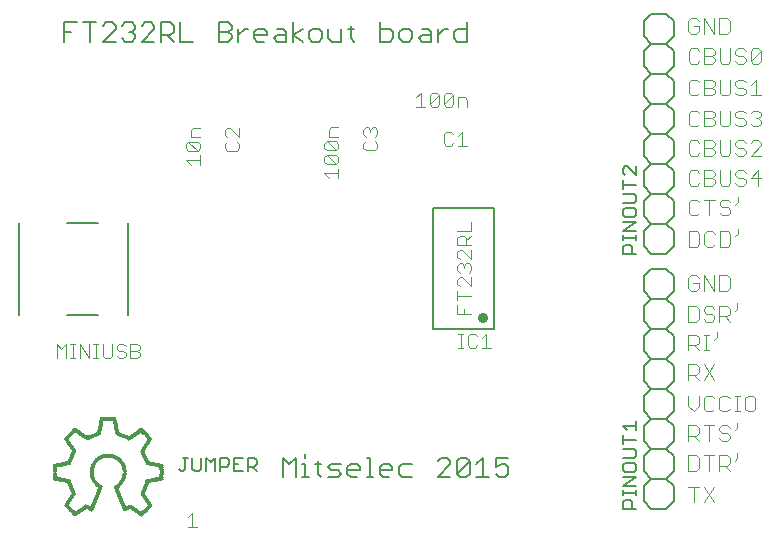
<source format=gto>
G75*
%MOIN*%
%OFA0B0*%
%FSLAX25Y25*%
%IPPOS*%
%LPD*%
%AMOC8*
5,1,8,0,0,1.08239X$1,22.5*
%
%ADD10R,0.00030X0.00030*%
%ADD11R,0.00060X0.00030*%
%ADD12R,0.00120X0.00030*%
%ADD13R,0.00150X0.00030*%
%ADD14R,0.00210X0.00030*%
%ADD15R,0.00270X0.00030*%
%ADD16R,0.00330X0.00030*%
%ADD17R,0.00360X0.00030*%
%ADD18R,0.00420X0.00030*%
%ADD19R,0.00450X0.00030*%
%ADD20R,0.00510X0.00030*%
%ADD21R,0.00600X0.00030*%
%ADD22R,0.00630X0.00030*%
%ADD23R,0.00690X0.00030*%
%ADD24R,0.00720X0.00030*%
%ADD25R,0.00780X0.00030*%
%ADD26R,0.00810X0.00030*%
%ADD27R,0.00870X0.00030*%
%ADD28R,0.00930X0.00030*%
%ADD29R,0.00960X0.00030*%
%ADD30R,0.00990X0.00030*%
%ADD31R,0.01050X0.00030*%
%ADD32R,0.01080X0.00030*%
%ADD33R,0.01140X0.00030*%
%ADD34R,0.01200X0.00030*%
%ADD35R,0.01230X0.00030*%
%ADD36R,0.01290X0.00030*%
%ADD37R,0.01320X0.00030*%
%ADD38R,0.01350X0.00030*%
%ADD39R,0.01410X0.00030*%
%ADD40R,0.01440X0.00030*%
%ADD41R,0.01470X0.00030*%
%ADD42R,0.01530X0.00030*%
%ADD43R,0.01560X0.00030*%
%ADD44R,0.01590X0.00030*%
%ADD45R,0.01650X0.00030*%
%ADD46R,0.01710X0.00030*%
%ADD47R,0.01740X0.00030*%
%ADD48R,0.01770X0.00030*%
%ADD49R,0.01830X0.00030*%
%ADD50R,0.01860X0.00030*%
%ADD51R,0.01890X0.00030*%
%ADD52R,0.01950X0.00030*%
%ADD53R,0.01980X0.00030*%
%ADD54R,0.02010X0.00030*%
%ADD55R,0.02040X0.00030*%
%ADD56R,0.02130X0.00030*%
%ADD57R,0.02190X0.00030*%
%ADD58R,0.02220X0.00030*%
%ADD59R,0.02280X0.00030*%
%ADD60R,0.02340X0.00030*%
%ADD61R,0.02430X0.00030*%
%ADD62R,0.02460X0.00030*%
%ADD63R,0.02490X0.00030*%
%ADD64R,0.02520X0.00030*%
%ADD65R,0.02580X0.00030*%
%ADD66R,0.02610X0.00030*%
%ADD67R,0.02640X0.00030*%
%ADD68R,0.02670X0.00030*%
%ADD69R,0.02760X0.00030*%
%ADD70R,0.02820X0.00030*%
%ADD71R,0.02820X0.00030*%
%ADD72R,0.02910X0.00030*%
%ADD73R,0.02970X0.00030*%
%ADD74R,0.03060X0.00030*%
%ADD75R,0.03030X0.00030*%
%ADD76R,0.03120X0.00030*%
%ADD77R,0.03120X0.00030*%
%ADD78R,0.03180X0.00030*%
%ADD79R,0.03270X0.00030*%
%ADD80R,0.03270X0.00030*%
%ADD81R,0.03330X0.00030*%
%ADD82R,0.03420X0.00030*%
%ADD83R,0.03390X0.00030*%
%ADD84R,0.03480X0.00030*%
%ADD85R,0.03570X0.00030*%
%ADD86R,0.03540X0.00030*%
%ADD87R,0.03630X0.00030*%
%ADD88R,0.03690X0.00030*%
%ADD89R,0.03690X0.00030*%
%ADD90R,0.03780X0.00030*%
%ADD91R,0.03840X0.00030*%
%ADD92R,0.01680X0.00030*%
%ADD93R,0.02070X0.00030*%
%ADD94R,0.03930X0.00030*%
%ADD95R,0.03990X0.00030*%
%ADD96R,0.02040X0.00030*%
%ADD97R,0.04110X0.00030*%
%ADD98R,0.02100X0.00030*%
%ADD99R,0.01920X0.00030*%
%ADD100R,0.02070X0.00030*%
%ADD101R,0.01800X0.00030*%
%ADD102R,0.00090X0.00030*%
%ADD103R,0.01920X0.00030*%
%ADD104R,0.00240X0.00030*%
%ADD105R,0.00720X0.00030*%
%ADD106R,0.00540X0.00030*%
%ADD107R,0.00900X0.00030*%
%ADD108R,0.00660X0.00030*%
%ADD109R,0.01020X0.00030*%
%ADD110R,0.01620X0.00030*%
%ADD111R,0.01890X0.00030*%
%ADD112R,0.01620X0.00030*%
%ADD113R,0.01320X0.00030*%
%ADD114R,0.01290X0.00030*%
%ADD115R,0.01440X0.00030*%
%ADD116R,0.01500X0.00030*%
%ADD117R,0.01590X0.00030*%
%ADD118R,0.01770X0.00030*%
%ADD119R,0.02190X0.00030*%
%ADD120R,0.04440X0.00030*%
%ADD121R,0.04410X0.00030*%
%ADD122R,0.04380X0.00030*%
%ADD123R,0.04350X0.00030*%
%ADD124R,0.04320X0.00030*%
%ADD125R,0.04320X0.00030*%
%ADD126R,0.04260X0.00030*%
%ADD127R,0.04290X0.00030*%
%ADD128R,0.04230X0.00030*%
%ADD129R,0.04200X0.00030*%
%ADD130R,0.04170X0.00030*%
%ADD131R,0.04080X0.00030*%
%ADD132R,0.04140X0.00030*%
%ADD133R,0.04050X0.00030*%
%ADD134R,0.04020X0.00030*%
%ADD135R,0.03960X0.00030*%
%ADD136R,0.04020X0.00030*%
%ADD137R,0.03900X0.00030*%
%ADD138R,0.03870X0.00030*%
%ADD139R,0.03810X0.00030*%
%ADD140R,0.03750X0.00030*%
%ADD141R,0.03720X0.00030*%
%ADD142R,0.03660X0.00030*%
%ADD143R,0.02250X0.00030*%
%ADD144R,0.01260X0.00030*%
%ADD145R,0.01170X0.00030*%
%ADD146R,0.01110X0.00030*%
%ADD147R,0.00840X0.00030*%
%ADD148R,0.00300X0.00030*%
%ADD149R,0.01380X0.00030*%
%ADD150R,0.00750X0.00030*%
%ADD151R,0.00480X0.00030*%
%ADD152R,0.01170X0.00030*%
%ADD153R,0.01140X0.00030*%
%ADD154R,0.01470X0.00030*%
%ADD155R,0.02160X0.00030*%
%ADD156R,0.02370X0.00030*%
%ADD157R,0.02670X0.00030*%
%ADD158R,0.02940X0.00030*%
%ADD159R,0.03000X0.00030*%
%ADD160R,0.03090X0.00030*%
%ADD161R,0.03150X0.00030*%
%ADD162R,0.03360X0.00030*%
%ADD163R,0.03450X0.00030*%
%ADD164R,0.03600X0.00030*%
%ADD165R,0.03870X0.00030*%
%ADD166R,0.04290X0.00030*%
%ADD167R,0.04440X0.00030*%
%ADD168R,0.04500X0.00030*%
%ADD169R,0.04560X0.00030*%
%ADD170R,0.04620X0.00030*%
%ADD171R,0.04650X0.00030*%
%ADD172R,0.04740X0.00030*%
%ADD173R,0.04770X0.00030*%
%ADD174R,0.04860X0.00030*%
%ADD175R,0.04830X0.00030*%
%ADD176R,0.04980X0.00030*%
%ADD177R,0.04950X0.00030*%
%ADD178R,0.05070X0.00030*%
%ADD179R,0.05010X0.00030*%
%ADD180R,0.05070X0.00030*%
%ADD181R,0.05100X0.00030*%
%ADD182R,0.05160X0.00030*%
%ADD183R,0.05130X0.00030*%
%ADD184R,0.05220X0.00030*%
%ADD185R,0.05280X0.00030*%
%ADD186R,0.05190X0.00030*%
%ADD187R,0.05340X0.00030*%
%ADD188R,0.05190X0.00030*%
%ADD189R,0.05340X0.00030*%
%ADD190R,0.05250X0.00030*%
%ADD191R,0.04920X0.00030*%
%ADD192R,0.04800X0.00030*%
%ADD193R,0.04710X0.00030*%
%ADD194R,0.04620X0.00030*%
%ADD195R,0.04590X0.00030*%
%ADD196R,0.03510X0.00030*%
%ADD197R,0.03300X0.00030*%
%ADD198R,0.02400X0.00030*%
%ADD199R,0.02520X0.00030*%
%ADD200R,0.02370X0.00030*%
%ADD201R,0.01020X0.00030*%
%ADD202R,0.00990X0.00030*%
%ADD203R,0.01740X0.00030*%
%ADD204R,0.02310X0.00030*%
%ADD205R,0.02700X0.00030*%
%ADD206R,0.02850X0.00030*%
%ADD207R,0.02970X0.00030*%
%ADD208R,0.03420X0.00030*%
%ADD209R,0.03570X0.00030*%
%ADD210R,0.03720X0.00030*%
%ADD211R,0.04170X0.00030*%
%ADD212R,0.04530X0.00030*%
%ADD213R,0.04470X0.00030*%
%ADD214R,0.04920X0.00030*%
%ADD215R,0.04890X0.00030*%
%ADD216R,0.05040X0.00030*%
%ADD217R,0.04740X0.00030*%
%ADD218R,0.03390X0.00030*%
%ADD219R,0.03240X0.00030*%
%ADD220R,0.03210X0.00030*%
%ADD221R,0.02790X0.00030*%
%ADD222R,0.02640X0.00030*%
%ADD223R,0.02220X0.00030*%
%ADD224R,0.02550X0.00030*%
%ADD225R,0.02730X0.00030*%
%ADD226R,0.02880X0.00030*%
%ADD227R,0.06870X0.00030*%
%ADD228R,0.06810X0.00030*%
%ADD229R,0.06720X0.00030*%
%ADD230R,0.06630X0.00030*%
%ADD231R,0.06540X0.00030*%
%ADD232R,0.06450X0.00030*%
%ADD233R,0.06360X0.00030*%
%ADD234R,0.06270X0.00030*%
%ADD235R,0.06150X0.00030*%
%ADD236R,0.06060X0.00030*%
%ADD237R,0.05970X0.00030*%
%ADD238R,0.05850X0.00030*%
%ADD239R,0.05760X0.00030*%
%ADD240R,0.05670X0.00030*%
%ADD241R,0.05550X0.00030*%
%ADD242R,0.05430X0.00030*%
%ADD243R,0.05310X0.00030*%
%ADD244R,0.00390X0.00030*%
%ADD245R,0.05400X0.00030*%
%ADD246R,0.02790X0.00030*%
%ADD247R,0.02490X0.00030*%
%ADD248R,0.02340X0.00030*%
%ADD249R,0.05520X0.00030*%
%ADD250R,0.05490X0.00030*%
%ADD251R,0.05460X0.00030*%
%ADD252R,0.04680X0.00030*%
%ADD253R,0.00270X0.00030*%
%ADD254C,0.00600*%
%ADD255C,0.00400*%
%ADD256C,0.00500*%
%ADD257C,0.00800*%
%ADD258C,0.03482*%
D10*
X0062560Y0038780D03*
X0058300Y0064070D03*
D11*
X0040255Y0038810D03*
X0044515Y0064160D03*
D12*
X0062545Y0038810D03*
D13*
X0040270Y0038840D03*
X0058300Y0064100D03*
D14*
X0062470Y0068000D03*
X0044530Y0064190D03*
X0062530Y0038840D03*
D15*
X0040300Y0038870D03*
X0058300Y0064130D03*
D16*
X0051430Y0070670D03*
X0052540Y0071750D03*
X0044080Y0042470D03*
X0062530Y0038870D03*
D17*
X0045925Y0040460D03*
X0040315Y0038900D03*
D18*
X0056905Y0040550D03*
X0062515Y0038900D03*
D19*
X0040330Y0038930D03*
X0062470Y0067970D03*
D20*
X0051460Y0059420D03*
X0045910Y0040490D03*
X0062500Y0038930D03*
D21*
X0058495Y0042290D03*
X0044095Y0042410D03*
X0040345Y0038960D03*
X0058315Y0064220D03*
X0062455Y0067940D03*
D22*
X0062500Y0038960D03*
X0045880Y0040520D03*
D23*
X0040360Y0038990D03*
X0044560Y0064280D03*
D24*
X0040495Y0067880D03*
X0057025Y0040640D03*
X0062485Y0038990D03*
D25*
X0040375Y0039020D03*
D26*
X0045850Y0040580D03*
X0057040Y0040670D03*
X0062470Y0039020D03*
X0049540Y0071720D03*
D27*
X0040390Y0039050D03*
D28*
X0044140Y0042320D03*
X0062470Y0039050D03*
X0058330Y0064310D03*
X0062440Y0067850D03*
D29*
X0062425Y0067820D03*
X0056845Y0053330D03*
X0056845Y0053300D03*
X0056845Y0053270D03*
X0056845Y0053240D03*
X0056845Y0053210D03*
X0056845Y0053180D03*
X0056845Y0053150D03*
X0056845Y0053120D03*
X0057085Y0040730D03*
X0045805Y0040640D03*
X0040405Y0039080D03*
X0040495Y0067820D03*
D30*
X0033640Y0053660D03*
X0033640Y0053630D03*
X0033640Y0053600D03*
X0033640Y0053570D03*
X0033640Y0053540D03*
X0033640Y0053510D03*
X0033640Y0053480D03*
X0033640Y0053450D03*
X0033640Y0053420D03*
X0033640Y0053390D03*
X0033640Y0053360D03*
X0033640Y0053330D03*
X0033640Y0053300D03*
X0033640Y0053270D03*
X0033640Y0053240D03*
X0033640Y0053210D03*
X0033640Y0053180D03*
X0033640Y0053150D03*
X0033640Y0053120D03*
X0033640Y0053090D03*
X0033640Y0053060D03*
X0033640Y0053030D03*
X0033640Y0053000D03*
X0033640Y0052970D03*
X0033640Y0052940D03*
X0033640Y0052910D03*
X0056800Y0054410D03*
X0056830Y0054170D03*
X0056830Y0054140D03*
X0056830Y0054110D03*
X0056830Y0054080D03*
X0058540Y0042230D03*
X0062470Y0039080D03*
X0069220Y0053420D03*
D31*
X0069220Y0053300D03*
X0069220Y0053270D03*
X0069220Y0053240D03*
X0069220Y0053210D03*
X0069220Y0053180D03*
X0069220Y0053150D03*
X0069190Y0052730D03*
X0069190Y0052700D03*
X0069190Y0052670D03*
X0069190Y0052640D03*
X0069190Y0052610D03*
X0069190Y0052580D03*
X0069190Y0052550D03*
X0069190Y0052520D03*
X0069190Y0053960D03*
X0069190Y0053990D03*
X0069190Y0054020D03*
X0069190Y0054050D03*
X0069190Y0054080D03*
X0069190Y0054110D03*
X0069190Y0054140D03*
X0069190Y0054170D03*
X0069190Y0054200D03*
X0069190Y0054230D03*
X0056770Y0054590D03*
X0056740Y0054710D03*
X0056740Y0054740D03*
X0056740Y0054770D03*
X0056710Y0054830D03*
X0056710Y0054860D03*
X0056710Y0054890D03*
X0056710Y0054920D03*
X0056680Y0054950D03*
X0056680Y0054980D03*
X0056680Y0055010D03*
X0056650Y0055070D03*
X0056650Y0055100D03*
X0056830Y0052580D03*
X0056830Y0052550D03*
X0056830Y0052520D03*
X0056830Y0052490D03*
X0056830Y0052460D03*
X0056800Y0052370D03*
X0056800Y0052340D03*
X0056800Y0052310D03*
X0044140Y0042290D03*
X0040390Y0039110D03*
X0033700Y0052250D03*
X0033700Y0052280D03*
X0033700Y0052310D03*
X0033700Y0052340D03*
X0033700Y0052370D03*
X0033670Y0052490D03*
X0033670Y0052520D03*
X0033670Y0052550D03*
X0033640Y0053720D03*
X0033640Y0053750D03*
X0033640Y0053780D03*
X0033640Y0053810D03*
X0033640Y0053840D03*
X0033640Y0053870D03*
X0033640Y0053900D03*
X0033640Y0053930D03*
X0033640Y0053960D03*
X0033640Y0053990D03*
X0033640Y0054020D03*
X0033640Y0054050D03*
X0033640Y0054080D03*
X0033640Y0054110D03*
X0048610Y0067670D03*
X0048640Y0067790D03*
X0048670Y0067880D03*
X0048670Y0067910D03*
X0048700Y0068000D03*
X0048880Y0068900D03*
X0048880Y0068930D03*
X0048910Y0069080D03*
X0048910Y0069110D03*
X0048910Y0069140D03*
X0048940Y0069290D03*
X0048940Y0069320D03*
X0048940Y0069350D03*
X0048970Y0069470D03*
X0048970Y0069500D03*
X0048970Y0069530D03*
X0048970Y0069560D03*
X0049000Y0069680D03*
X0049000Y0069710D03*
X0058330Y0064340D03*
X0062410Y0067790D03*
X0057100Y0040760D03*
D32*
X0062455Y0039110D03*
X0063775Y0048380D03*
X0063805Y0048440D03*
X0063805Y0048470D03*
X0063835Y0048530D03*
X0063865Y0048590D03*
X0063865Y0048620D03*
X0063895Y0048680D03*
X0063925Y0048740D03*
X0063925Y0048770D03*
X0063955Y0048800D03*
X0063955Y0048830D03*
X0063985Y0048890D03*
X0063985Y0048920D03*
X0064015Y0048950D03*
X0064015Y0048980D03*
X0064045Y0049040D03*
X0064045Y0049070D03*
X0064075Y0049130D03*
X0064105Y0049190D03*
X0064105Y0049220D03*
X0064135Y0049280D03*
X0069175Y0052340D03*
X0069175Y0052370D03*
X0069175Y0052400D03*
X0069175Y0052430D03*
X0069175Y0052460D03*
X0069175Y0052490D03*
X0069175Y0054260D03*
X0069175Y0054290D03*
X0069175Y0054320D03*
X0069175Y0054350D03*
X0069175Y0054380D03*
X0069175Y0054410D03*
X0063925Y0057710D03*
X0063895Y0057770D03*
X0063835Y0057920D03*
X0063805Y0057980D03*
X0063745Y0058130D03*
X0063715Y0058190D03*
X0063685Y0058280D03*
X0056575Y0055340D03*
X0056575Y0055310D03*
X0056605Y0055250D03*
X0056605Y0055220D03*
X0056605Y0055190D03*
X0056635Y0055160D03*
X0056635Y0055130D03*
X0056665Y0055040D03*
X0056545Y0055400D03*
X0056815Y0052430D03*
X0056815Y0052400D03*
X0056785Y0052280D03*
X0056785Y0052250D03*
X0056785Y0052220D03*
X0056785Y0052190D03*
X0056785Y0052160D03*
X0056755Y0052130D03*
X0056755Y0052100D03*
X0056755Y0052070D03*
X0056725Y0051980D03*
X0045925Y0052940D03*
X0045925Y0053720D03*
X0045925Y0053750D03*
X0039145Y0048110D03*
X0038905Y0048740D03*
X0038875Y0048830D03*
X0038845Y0048920D03*
X0038815Y0048980D03*
X0038815Y0049010D03*
X0038785Y0049070D03*
X0038755Y0049160D03*
X0038725Y0049220D03*
X0038695Y0049310D03*
X0033715Y0052130D03*
X0033715Y0052160D03*
X0033715Y0052190D03*
X0033715Y0052220D03*
X0033655Y0054140D03*
X0033655Y0054170D03*
X0033655Y0054200D03*
X0033655Y0054230D03*
X0033655Y0054260D03*
X0033655Y0054290D03*
X0033655Y0054320D03*
X0033655Y0054350D03*
X0033655Y0054380D03*
X0033655Y0054410D03*
X0040495Y0067790D03*
X0048565Y0067490D03*
X0048565Y0067460D03*
X0048595Y0067580D03*
X0048595Y0067610D03*
X0048595Y0067640D03*
X0048625Y0067700D03*
X0048625Y0067730D03*
X0048625Y0067760D03*
X0048655Y0067820D03*
X0048655Y0067850D03*
X0048685Y0067940D03*
X0048685Y0067970D03*
X0048715Y0068030D03*
X0048715Y0068060D03*
X0048715Y0068090D03*
X0048715Y0068120D03*
X0048745Y0068150D03*
X0048745Y0068180D03*
X0048745Y0068210D03*
X0048745Y0068240D03*
X0048775Y0068270D03*
X0048775Y0068300D03*
X0048775Y0068330D03*
X0048775Y0068360D03*
X0048805Y0068420D03*
X0048805Y0068450D03*
X0048805Y0068480D03*
X0048805Y0068510D03*
X0048805Y0068540D03*
X0048835Y0068570D03*
X0048835Y0068600D03*
X0048835Y0068630D03*
X0048835Y0068660D03*
X0048835Y0068690D03*
X0048835Y0068720D03*
X0048865Y0068750D03*
X0048865Y0068780D03*
X0048865Y0068810D03*
X0048865Y0068840D03*
X0048865Y0068870D03*
X0048895Y0068960D03*
X0048895Y0068990D03*
X0048895Y0069020D03*
X0048895Y0069050D03*
X0048925Y0069170D03*
X0048925Y0069200D03*
X0048925Y0069230D03*
X0048925Y0069260D03*
X0048955Y0069380D03*
X0048955Y0069410D03*
X0048955Y0069440D03*
X0048985Y0069590D03*
X0048985Y0069620D03*
X0048985Y0069650D03*
X0049015Y0069740D03*
X0049015Y0069770D03*
X0049015Y0069800D03*
X0049015Y0069830D03*
X0049015Y0069860D03*
X0049045Y0069890D03*
X0049045Y0069920D03*
X0049045Y0069950D03*
X0049045Y0069980D03*
X0045775Y0040700D03*
D33*
X0045775Y0040730D03*
X0046795Y0043280D03*
X0046825Y0043340D03*
X0046855Y0043430D03*
X0046915Y0043550D03*
X0046945Y0043610D03*
X0046945Y0043640D03*
X0046975Y0043700D03*
X0047005Y0043760D03*
X0047065Y0043880D03*
X0047065Y0043910D03*
X0047095Y0043970D03*
X0047125Y0044030D03*
X0047125Y0044060D03*
X0047155Y0044090D03*
X0047155Y0044120D03*
X0047215Y0044240D03*
X0047215Y0044270D03*
X0047245Y0044300D03*
X0047245Y0044330D03*
X0047275Y0044390D03*
X0047275Y0044420D03*
X0047305Y0044450D03*
X0047305Y0044480D03*
X0047365Y0044600D03*
X0047365Y0044630D03*
X0047395Y0044690D03*
X0047425Y0044750D03*
X0047455Y0044840D03*
X0047545Y0045050D03*
X0039595Y0047030D03*
X0039565Y0047090D03*
X0039505Y0047210D03*
X0039505Y0047240D03*
X0039475Y0047270D03*
X0039475Y0047300D03*
X0039445Y0047330D03*
X0039445Y0047360D03*
X0039415Y0047420D03*
X0039355Y0047540D03*
X0039355Y0047570D03*
X0039325Y0047630D03*
X0039325Y0047660D03*
X0039295Y0047690D03*
X0039295Y0047720D03*
X0039265Y0047750D03*
X0039265Y0047780D03*
X0039265Y0047810D03*
X0039025Y0048410D03*
X0038605Y0049520D03*
X0038575Y0049550D03*
X0038575Y0049580D03*
X0033745Y0051890D03*
X0033745Y0051920D03*
X0033745Y0051950D03*
X0033745Y0051980D03*
X0038815Y0057560D03*
X0038845Y0057620D03*
X0038875Y0057680D03*
X0038905Y0057740D03*
X0038905Y0057770D03*
X0038965Y0057860D03*
X0038965Y0057890D03*
X0038995Y0057920D03*
X0038995Y0057950D03*
X0039025Y0057980D03*
X0039025Y0058010D03*
X0039055Y0058070D03*
X0039115Y0058190D03*
X0039145Y0058250D03*
X0039145Y0058280D03*
X0039175Y0058340D03*
X0039205Y0058400D03*
X0039265Y0058550D03*
X0039295Y0058610D03*
X0039325Y0058670D03*
X0039325Y0058700D03*
X0039355Y0058760D03*
X0039415Y0058910D03*
X0039415Y0058940D03*
X0039445Y0058970D03*
X0039445Y0059000D03*
X0039475Y0059030D03*
X0039475Y0059060D03*
X0039475Y0059090D03*
X0039505Y0059120D03*
X0039505Y0059150D03*
X0039565Y0059270D03*
X0039565Y0059300D03*
X0039595Y0059330D03*
X0039595Y0059360D03*
X0039625Y0059420D03*
X0039625Y0059450D03*
X0039655Y0059480D03*
X0039655Y0059510D03*
X0039715Y0059630D03*
X0039715Y0059660D03*
X0039745Y0059720D03*
X0039745Y0059750D03*
X0039775Y0059780D03*
X0039775Y0059810D03*
X0039805Y0059870D03*
X0039805Y0059900D03*
X0039865Y0059990D03*
X0039865Y0060020D03*
X0039865Y0060050D03*
X0039895Y0060080D03*
X0039895Y0060110D03*
X0039925Y0060170D03*
X0039955Y0060230D03*
X0044575Y0064370D03*
X0048505Y0067190D03*
X0048505Y0067220D03*
X0048505Y0067250D03*
X0049105Y0070220D03*
X0049105Y0070250D03*
X0053815Y0069710D03*
X0053815Y0069680D03*
X0053845Y0069560D03*
X0053845Y0069530D03*
X0053845Y0069500D03*
X0053875Y0069440D03*
X0053875Y0069410D03*
X0053875Y0069380D03*
X0053875Y0069350D03*
X0053905Y0069290D03*
X0053905Y0069260D03*
X0053905Y0069230D03*
X0053905Y0069200D03*
X0053965Y0068960D03*
X0053965Y0068930D03*
X0053965Y0068900D03*
X0053965Y0068870D03*
X0053965Y0068840D03*
X0053995Y0068810D03*
X0053995Y0068780D03*
X0053995Y0068750D03*
X0053995Y0068720D03*
X0053995Y0068690D03*
X0054025Y0068630D03*
X0054025Y0068600D03*
X0054025Y0068570D03*
X0054025Y0068540D03*
X0054025Y0068510D03*
X0054055Y0068450D03*
X0054055Y0068420D03*
X0054055Y0068390D03*
X0054055Y0068360D03*
X0054055Y0068330D03*
X0054115Y0068090D03*
X0054115Y0068060D03*
X0054115Y0068030D03*
X0054115Y0068000D03*
X0054145Y0067940D03*
X0054145Y0067910D03*
X0054145Y0067880D03*
X0054145Y0067850D03*
X0054175Y0067760D03*
X0054175Y0067730D03*
X0054175Y0067700D03*
X0054205Y0067580D03*
X0054205Y0067550D03*
X0054265Y0067310D03*
X0054265Y0067280D03*
X0054265Y0067250D03*
X0054295Y0067190D03*
X0054295Y0067160D03*
X0054295Y0067130D03*
X0054325Y0067040D03*
X0054325Y0067010D03*
X0054325Y0066980D03*
X0054355Y0066920D03*
X0054355Y0066890D03*
X0054355Y0066860D03*
X0058315Y0064370D03*
X0063055Y0059690D03*
X0063115Y0059570D03*
X0063145Y0059510D03*
X0063175Y0059450D03*
X0063205Y0059390D03*
X0063265Y0059270D03*
X0063295Y0059210D03*
X0063325Y0059150D03*
X0063355Y0059090D03*
X0063415Y0058970D03*
X0063415Y0058940D03*
X0063415Y0058910D03*
X0063445Y0058880D03*
X0063445Y0058850D03*
X0063475Y0058820D03*
X0063475Y0058790D03*
X0063505Y0058730D03*
X0063565Y0058580D03*
X0063955Y0057650D03*
X0064015Y0057530D03*
X0064015Y0057500D03*
X0064045Y0057470D03*
X0064075Y0057410D03*
X0069145Y0054770D03*
X0069145Y0054740D03*
X0069145Y0054710D03*
X0069145Y0054680D03*
X0069145Y0054650D03*
X0069145Y0052160D03*
X0069145Y0052130D03*
X0069145Y0052100D03*
X0069145Y0052070D03*
X0064345Y0049820D03*
X0064315Y0049730D03*
X0064255Y0049610D03*
X0064255Y0049580D03*
X0064225Y0049490D03*
X0064195Y0049430D03*
X0063655Y0048080D03*
X0063625Y0048020D03*
X0063625Y0047990D03*
X0063595Y0047930D03*
X0063595Y0047900D03*
X0063565Y0047870D03*
X0063565Y0047840D03*
X0063505Y0047720D03*
X0063505Y0047690D03*
X0063475Y0047630D03*
X0063445Y0047540D03*
X0063115Y0046760D03*
X0055495Y0044570D03*
X0055255Y0045140D03*
X0055225Y0045230D03*
X0055195Y0045290D03*
X0055165Y0045380D03*
X0055105Y0045530D03*
X0055075Y0045590D03*
X0055045Y0045680D03*
X0055015Y0045740D03*
X0054955Y0045890D03*
X0056545Y0051410D03*
X0056575Y0051470D03*
X0056575Y0051500D03*
X0056605Y0051560D03*
X0056605Y0051590D03*
X0056665Y0051710D03*
X0056665Y0051740D03*
X0056665Y0051770D03*
X0056455Y0055610D03*
X0056455Y0055640D03*
X0056425Y0055670D03*
X0056425Y0055700D03*
X0056395Y0055760D03*
X0056365Y0055820D03*
X0046255Y0055280D03*
X0046255Y0055250D03*
X0046225Y0055190D03*
X0046225Y0055160D03*
X0046195Y0055100D03*
X0046195Y0055070D03*
X0046165Y0055010D03*
X0046165Y0054980D03*
X0046105Y0054830D03*
X0046105Y0054800D03*
X0046105Y0054770D03*
X0046075Y0054680D03*
X0046075Y0054650D03*
X0046045Y0054560D03*
X0046045Y0054530D03*
X0046015Y0054410D03*
X0046015Y0054380D03*
X0045955Y0052610D03*
X0046015Y0052280D03*
X0046015Y0052250D03*
X0046015Y0052220D03*
X0046045Y0052130D03*
X0046045Y0052100D03*
X0046045Y0052070D03*
X0046075Y0052010D03*
X0046075Y0051980D03*
X0046075Y0051950D03*
X0046105Y0051890D03*
X0046105Y0051860D03*
X0046105Y0051830D03*
X0046165Y0051680D03*
X0046165Y0051650D03*
X0046195Y0051590D03*
X0046195Y0051560D03*
X0046225Y0051500D03*
X0046225Y0051470D03*
X0046255Y0051410D03*
X0046255Y0051380D03*
X0046315Y0051260D03*
X0046315Y0051230D03*
X0046345Y0051170D03*
X0046345Y0051140D03*
X0046375Y0051080D03*
X0040405Y0039140D03*
X0057145Y0040790D03*
D34*
X0056185Y0042920D03*
X0056155Y0042980D03*
X0056125Y0043070D03*
X0056095Y0043130D03*
X0056065Y0043190D03*
X0056065Y0043220D03*
X0056035Y0043250D03*
X0056035Y0043280D03*
X0056035Y0043310D03*
X0056005Y0043340D03*
X0056005Y0043370D03*
X0055975Y0043400D03*
X0055975Y0043430D03*
X0055945Y0043490D03*
X0055915Y0043550D03*
X0055885Y0043640D03*
X0055855Y0043700D03*
X0055795Y0043850D03*
X0055315Y0044990D03*
X0054865Y0046100D03*
X0054835Y0046160D03*
X0054835Y0046190D03*
X0054805Y0046250D03*
X0054775Y0046310D03*
X0054775Y0046340D03*
X0054745Y0046370D03*
X0054745Y0046400D03*
X0054715Y0046430D03*
X0054715Y0046460D03*
X0054715Y0046490D03*
X0054685Y0046520D03*
X0054685Y0046550D03*
X0054655Y0046580D03*
X0054655Y0046610D03*
X0054625Y0046670D03*
X0054595Y0046730D03*
X0054565Y0046820D03*
X0056365Y0050990D03*
X0056365Y0051020D03*
X0056395Y0051050D03*
X0056395Y0051080D03*
X0056425Y0051110D03*
X0056425Y0051140D03*
X0056455Y0051200D03*
X0056485Y0051260D03*
X0056305Y0055940D03*
X0056275Y0056000D03*
X0056245Y0056030D03*
X0056245Y0056060D03*
X0056215Y0056090D03*
X0056185Y0056150D03*
X0062965Y0059900D03*
X0062965Y0059930D03*
X0062935Y0059960D03*
X0064135Y0057290D03*
X0064165Y0057260D03*
X0069115Y0051920D03*
X0069115Y0051890D03*
X0064375Y0049880D03*
X0063355Y0047330D03*
X0063325Y0047240D03*
X0063295Y0047180D03*
X0063295Y0047150D03*
X0063265Y0047090D03*
X0063265Y0047060D03*
X0063235Y0047030D03*
X0063085Y0046670D03*
X0063055Y0046580D03*
X0063055Y0046550D03*
X0063055Y0046520D03*
X0062455Y0039140D03*
X0047965Y0046100D03*
X0047965Y0046130D03*
X0047995Y0046190D03*
X0047995Y0046220D03*
X0048025Y0046280D03*
X0048055Y0046340D03*
X0048055Y0046370D03*
X0048085Y0046430D03*
X0048115Y0046520D03*
X0048145Y0046580D03*
X0048175Y0046670D03*
X0048265Y0046910D03*
X0048295Y0047000D03*
X0048415Y0047330D03*
X0048535Y0047660D03*
X0048565Y0047750D03*
X0048595Y0047840D03*
X0048625Y0047930D03*
X0048655Y0047990D03*
X0048655Y0048020D03*
X0048685Y0048080D03*
X0047935Y0046070D03*
X0047935Y0046040D03*
X0047905Y0045980D03*
X0047905Y0045950D03*
X0047875Y0045920D03*
X0047875Y0045890D03*
X0047875Y0045860D03*
X0047845Y0045830D03*
X0047845Y0045800D03*
X0047815Y0045740D03*
X0047815Y0045710D03*
X0047785Y0045680D03*
X0047785Y0045650D03*
X0047755Y0045590D03*
X0047755Y0045560D03*
X0047725Y0045500D03*
X0047695Y0045440D03*
X0047665Y0045350D03*
X0047605Y0045200D03*
X0046675Y0043010D03*
X0046645Y0042950D03*
X0046615Y0042890D03*
X0046585Y0042830D03*
X0046585Y0042800D03*
X0046555Y0042770D03*
X0046555Y0042740D03*
X0046525Y0042710D03*
X0046525Y0042680D03*
X0046495Y0042620D03*
X0046465Y0042560D03*
X0045745Y0040760D03*
X0044185Y0042230D03*
X0039745Y0046670D03*
X0039745Y0046700D03*
X0039715Y0046730D03*
X0039715Y0046760D03*
X0039685Y0046820D03*
X0038515Y0049700D03*
X0038485Y0049730D03*
X0033775Y0051860D03*
X0033715Y0055070D03*
X0038635Y0057230D03*
X0038665Y0057260D03*
X0038665Y0057290D03*
X0038695Y0057320D03*
X0038725Y0057380D03*
X0038755Y0057440D03*
X0040015Y0060500D03*
X0046615Y0056060D03*
X0046585Y0056000D03*
X0046555Y0055940D03*
X0046525Y0055880D03*
X0046495Y0055850D03*
X0046495Y0055820D03*
X0046465Y0055790D03*
X0046465Y0055760D03*
X0046435Y0055700D03*
X0046405Y0055640D03*
X0046345Y0055490D03*
X0046315Y0055430D03*
X0046465Y0050900D03*
X0046495Y0050840D03*
X0046525Y0050780D03*
X0046555Y0050750D03*
X0046555Y0050720D03*
X0046585Y0050690D03*
X0046615Y0050630D03*
X0046645Y0050600D03*
X0048415Y0066890D03*
X0048445Y0066980D03*
X0048445Y0067010D03*
X0049165Y0070430D03*
X0049165Y0070460D03*
X0049195Y0070490D03*
X0053665Y0070310D03*
X0053665Y0070280D03*
X0053665Y0070250D03*
X0053695Y0070220D03*
X0053695Y0070190D03*
X0053695Y0070160D03*
X0053725Y0070100D03*
X0053725Y0070070D03*
X0053725Y0070040D03*
X0053755Y0069950D03*
X0054415Y0066770D03*
X0054445Y0066740D03*
X0062395Y0067730D03*
D35*
X0062890Y0060080D03*
X0062890Y0060050D03*
X0062920Y0060020D03*
X0062920Y0059990D03*
X0064180Y0057230D03*
X0064210Y0057200D03*
X0069100Y0054950D03*
X0069100Y0051860D03*
X0063040Y0046490D03*
X0063040Y0046460D03*
X0063040Y0046430D03*
X0056140Y0043040D03*
X0056140Y0043010D03*
X0056170Y0042950D03*
X0056200Y0042890D03*
X0056200Y0042860D03*
X0056230Y0042830D03*
X0056230Y0042800D03*
X0056260Y0042770D03*
X0056260Y0042740D03*
X0056260Y0042710D03*
X0056290Y0042680D03*
X0056290Y0042650D03*
X0056320Y0042620D03*
X0056320Y0042590D03*
X0056350Y0042530D03*
X0056380Y0042470D03*
X0056380Y0042440D03*
X0056410Y0042380D03*
X0056440Y0042320D03*
X0056470Y0042230D03*
X0056500Y0042170D03*
X0056530Y0042110D03*
X0056110Y0043100D03*
X0056080Y0043160D03*
X0057160Y0040820D03*
X0054640Y0046640D03*
X0054610Y0046700D03*
X0054580Y0046760D03*
X0054580Y0046790D03*
X0054550Y0046850D03*
X0054550Y0046880D03*
X0054520Y0046910D03*
X0054520Y0046940D03*
X0054490Y0047000D03*
X0054490Y0047030D03*
X0054460Y0047060D03*
X0054460Y0047090D03*
X0054430Y0047150D03*
X0054400Y0047240D03*
X0054370Y0047300D03*
X0054340Y0047390D03*
X0054310Y0047480D03*
X0054250Y0047630D03*
X0054220Y0047720D03*
X0054190Y0047810D03*
X0054160Y0047870D03*
X0054160Y0047900D03*
X0054160Y0047930D03*
X0054130Y0047960D03*
X0054130Y0047990D03*
X0054130Y0048020D03*
X0054100Y0048050D03*
X0056200Y0050690D03*
X0056230Y0050750D03*
X0056260Y0050780D03*
X0056260Y0050810D03*
X0056290Y0050840D03*
X0056290Y0050870D03*
X0056320Y0050900D03*
X0056320Y0050930D03*
X0056350Y0050960D03*
X0056200Y0056120D03*
X0056170Y0056180D03*
X0056140Y0056210D03*
X0056110Y0056270D03*
X0046720Y0056240D03*
X0046690Y0056210D03*
X0046690Y0056180D03*
X0046660Y0056150D03*
X0046660Y0056120D03*
X0046630Y0056090D03*
X0046600Y0056030D03*
X0046570Y0055970D03*
X0046540Y0055910D03*
X0046600Y0050660D03*
X0046660Y0050570D03*
X0046690Y0050540D03*
X0046690Y0050510D03*
X0046720Y0050480D03*
X0046780Y0050390D03*
X0048670Y0048110D03*
X0048670Y0048050D03*
X0048640Y0047960D03*
X0048610Y0047900D03*
X0048610Y0047870D03*
X0048580Y0047810D03*
X0048580Y0047780D03*
X0048550Y0047720D03*
X0048550Y0047690D03*
X0048520Y0047630D03*
X0048520Y0047600D03*
X0048490Y0047570D03*
X0048490Y0047540D03*
X0048490Y0047510D03*
X0048460Y0047480D03*
X0048460Y0047450D03*
X0048460Y0047420D03*
X0048430Y0047390D03*
X0048430Y0047360D03*
X0048400Y0047300D03*
X0048400Y0047270D03*
X0048370Y0047240D03*
X0048370Y0047210D03*
X0048370Y0047180D03*
X0048340Y0047150D03*
X0048340Y0047120D03*
X0048340Y0047090D03*
X0048310Y0047060D03*
X0048310Y0047030D03*
X0048280Y0046970D03*
X0048280Y0046940D03*
X0048250Y0046880D03*
X0048250Y0046850D03*
X0048220Y0046820D03*
X0048220Y0046790D03*
X0048220Y0046760D03*
X0048190Y0046730D03*
X0048190Y0046700D03*
X0048160Y0046640D03*
X0048160Y0046610D03*
X0048130Y0046550D03*
X0048100Y0046490D03*
X0048100Y0046460D03*
X0048070Y0046400D03*
X0048040Y0046310D03*
X0048010Y0046250D03*
X0047980Y0046160D03*
X0047920Y0046010D03*
X0046510Y0042650D03*
X0046480Y0042590D03*
X0046450Y0042530D03*
X0046450Y0042500D03*
X0046420Y0042470D03*
X0046420Y0042440D03*
X0046390Y0042410D03*
X0046390Y0042380D03*
X0040420Y0039170D03*
X0039670Y0045740D03*
X0039700Y0045800D03*
X0039760Y0045890D03*
X0039790Y0046580D03*
X0039760Y0046640D03*
X0038470Y0049760D03*
X0038440Y0049790D03*
X0038590Y0057140D03*
X0038620Y0057200D03*
X0048400Y0066830D03*
X0048400Y0066860D03*
X0048430Y0066920D03*
X0048430Y0066950D03*
X0053650Y0070340D03*
D36*
X0053590Y0070430D03*
X0054490Y0066680D03*
X0063040Y0060860D03*
X0062980Y0060770D03*
X0062980Y0060740D03*
X0062950Y0060710D03*
X0062950Y0060680D03*
X0062920Y0060650D03*
X0062920Y0060620D03*
X0062890Y0060590D03*
X0062890Y0060560D03*
X0064240Y0057140D03*
X0064270Y0057110D03*
X0056050Y0056360D03*
X0056020Y0056390D03*
X0056020Y0056420D03*
X0055990Y0056450D03*
X0056050Y0050450D03*
X0056020Y0050420D03*
X0056020Y0050390D03*
X0055990Y0050360D03*
X0055930Y0050270D03*
X0054130Y0048110D03*
X0048670Y0048140D03*
X0046900Y0050240D03*
X0046870Y0050270D03*
X0046840Y0050300D03*
X0046840Y0056450D03*
X0046870Y0056480D03*
X0046900Y0056510D03*
X0046900Y0056540D03*
X0046930Y0056570D03*
X0047020Y0056690D03*
X0040000Y0060590D03*
X0039970Y0060620D03*
X0039970Y0060650D03*
X0039940Y0060680D03*
X0039880Y0060770D03*
X0039850Y0060800D03*
X0039850Y0060830D03*
X0039820Y0060860D03*
X0039790Y0060890D03*
X0039790Y0060920D03*
X0039730Y0060980D03*
X0039730Y0061010D03*
X0039700Y0061040D03*
X0039670Y0061070D03*
X0039670Y0061100D03*
X0039640Y0061130D03*
X0039580Y0061220D03*
X0039550Y0061250D03*
X0039520Y0061310D03*
X0039490Y0061340D03*
X0039430Y0061430D03*
X0039400Y0061490D03*
X0039370Y0061520D03*
X0039340Y0061580D03*
X0039280Y0061640D03*
X0039250Y0061700D03*
X0039220Y0061730D03*
X0039190Y0061790D03*
X0039130Y0061880D03*
X0039100Y0061910D03*
X0039040Y0062000D03*
X0038980Y0062090D03*
X0038950Y0062120D03*
X0038920Y0062180D03*
X0038890Y0062210D03*
X0038830Y0062300D03*
X0038800Y0062330D03*
X0038770Y0062390D03*
X0038740Y0062420D03*
X0038680Y0062510D03*
X0038650Y0062570D03*
X0038620Y0062600D03*
X0038500Y0062780D03*
X0038440Y0062870D03*
X0038380Y0062960D03*
X0038320Y0063050D03*
X0038500Y0056990D03*
X0039850Y0046430D03*
X0039850Y0046130D03*
X0039850Y0046100D03*
X0039820Y0046040D03*
X0039580Y0045620D03*
X0039550Y0045590D03*
X0039550Y0045560D03*
X0039520Y0045530D03*
X0039490Y0045470D03*
X0039430Y0045380D03*
X0039400Y0045350D03*
X0039400Y0045320D03*
X0039370Y0045290D03*
X0039340Y0045230D03*
X0039280Y0045140D03*
X0039250Y0045110D03*
X0039220Y0045050D03*
X0039190Y0045020D03*
X0039130Y0044930D03*
X0039100Y0044900D03*
X0039100Y0044870D03*
X0039070Y0044840D03*
X0039040Y0044810D03*
X0039040Y0044780D03*
X0038980Y0044720D03*
X0038980Y0044690D03*
X0038950Y0044660D03*
X0038920Y0044630D03*
X0038890Y0044570D03*
X0038830Y0044480D03*
X0038800Y0044450D03*
X0038740Y0044360D03*
X0038650Y0044240D03*
X0038590Y0044150D03*
X0045730Y0040790D03*
X0046180Y0041960D03*
X0046240Y0042050D03*
X0046240Y0042080D03*
X0046270Y0042140D03*
X0046300Y0042200D03*
X0056590Y0042020D03*
X0058570Y0042170D03*
X0062440Y0039170D03*
X0064300Y0044030D03*
X0064240Y0044120D03*
X0064180Y0044210D03*
X0064150Y0044240D03*
X0064120Y0044300D03*
X0064090Y0044330D03*
X0064030Y0044420D03*
X0064000Y0044480D03*
X0063940Y0044570D03*
X0064420Y0049910D03*
D37*
X0062995Y0046220D03*
X0063685Y0044960D03*
X0063745Y0044870D03*
X0063835Y0044720D03*
X0063895Y0044630D03*
X0063925Y0044600D03*
X0063985Y0044510D03*
X0064075Y0044360D03*
X0064135Y0044270D03*
X0064195Y0044180D03*
X0064285Y0044060D03*
X0064345Y0043970D03*
X0064375Y0043910D03*
X0064435Y0043850D03*
X0064435Y0043820D03*
X0064495Y0043760D03*
X0064525Y0043700D03*
X0055825Y0050120D03*
X0055795Y0050090D03*
X0055885Y0050210D03*
X0055945Y0050300D03*
X0054145Y0048140D03*
X0046975Y0050150D03*
X0046945Y0050180D03*
X0046975Y0056630D03*
X0047035Y0056720D03*
X0047095Y0056780D03*
X0039595Y0061190D03*
X0039535Y0061280D03*
X0039475Y0061370D03*
X0039145Y0061850D03*
X0039085Y0061940D03*
X0038995Y0062060D03*
X0038935Y0062150D03*
X0038875Y0062240D03*
X0038845Y0062270D03*
X0038785Y0062360D03*
X0038725Y0062450D03*
X0038575Y0062660D03*
X0038545Y0062720D03*
X0038485Y0062810D03*
X0038425Y0062900D03*
X0038395Y0062930D03*
X0038335Y0063020D03*
X0038275Y0063110D03*
X0038245Y0063170D03*
X0038185Y0063260D03*
X0038125Y0063350D03*
X0038095Y0063380D03*
X0040495Y0067700D03*
X0048325Y0066710D03*
X0053575Y0070460D03*
X0062395Y0067670D03*
X0064825Y0063560D03*
X0064735Y0063410D03*
X0064675Y0063320D03*
X0064645Y0063290D03*
X0064645Y0063260D03*
X0064585Y0063200D03*
X0064585Y0063170D03*
X0064525Y0063110D03*
X0064525Y0063080D03*
X0064495Y0063050D03*
X0064435Y0062960D03*
X0064375Y0062870D03*
X0064345Y0062840D03*
X0064345Y0062810D03*
X0064285Y0062750D03*
X0064285Y0062720D03*
X0064225Y0062660D03*
X0064225Y0062630D03*
X0064195Y0062600D03*
X0064135Y0062510D03*
X0064075Y0062420D03*
X0064045Y0062390D03*
X0063985Y0062300D03*
X0063925Y0062210D03*
X0063835Y0062090D03*
X0063775Y0062000D03*
X0063745Y0061940D03*
X0063685Y0061850D03*
X0063625Y0061760D03*
X0063445Y0061490D03*
X0063235Y0061160D03*
X0063145Y0061010D03*
X0063085Y0060920D03*
X0062875Y0060530D03*
X0062845Y0060470D03*
X0062845Y0060440D03*
X0062845Y0060230D03*
X0062845Y0060200D03*
X0064285Y0057080D03*
X0055945Y0056510D03*
X0055885Y0056600D03*
X0038845Y0044510D03*
X0038785Y0044420D03*
X0038725Y0044330D03*
X0038695Y0044300D03*
X0038635Y0044210D03*
X0038575Y0044120D03*
X0038545Y0044090D03*
X0038485Y0044000D03*
X0038425Y0043910D03*
X0038395Y0043880D03*
X0038335Y0043790D03*
X0038275Y0043700D03*
X0038245Y0043640D03*
X0040435Y0039200D03*
X0033775Y0055100D03*
D38*
X0038440Y0056960D03*
X0038200Y0063230D03*
X0038140Y0063320D03*
X0038080Y0063410D03*
X0038050Y0063470D03*
X0038020Y0063500D03*
X0038020Y0063530D03*
X0037990Y0063560D03*
X0037960Y0063590D03*
X0037960Y0063620D03*
X0037930Y0063650D03*
X0037900Y0063710D03*
X0037870Y0063770D03*
X0037840Y0063800D03*
X0037810Y0063860D03*
X0047230Y0056960D03*
X0047260Y0056990D03*
X0047170Y0056870D03*
X0047140Y0056840D03*
X0047110Y0056810D03*
X0046990Y0050120D03*
X0047020Y0050090D03*
X0047050Y0050060D03*
X0047110Y0049970D03*
X0047140Y0049940D03*
X0048640Y0048200D03*
X0055720Y0050000D03*
X0055750Y0050030D03*
X0055780Y0050060D03*
X0055840Y0050150D03*
X0055900Y0056570D03*
X0055840Y0056660D03*
X0055810Y0056690D03*
X0055780Y0056720D03*
X0062830Y0060260D03*
X0062830Y0060380D03*
X0062830Y0060410D03*
X0063100Y0060950D03*
X0063130Y0060980D03*
X0063160Y0061040D03*
X0063190Y0061070D03*
X0063190Y0061100D03*
X0063220Y0061130D03*
X0063250Y0061190D03*
X0063280Y0061220D03*
X0063280Y0061250D03*
X0063310Y0061280D03*
X0063340Y0061310D03*
X0063340Y0061340D03*
X0063370Y0061370D03*
X0063400Y0061400D03*
X0063400Y0061430D03*
X0063430Y0061460D03*
X0063460Y0061520D03*
X0063490Y0061550D03*
X0063520Y0061610D03*
X0063550Y0061640D03*
X0063580Y0061700D03*
X0063610Y0061730D03*
X0063640Y0061790D03*
X0063700Y0061880D03*
X0063760Y0061970D03*
X0063820Y0062060D03*
X0063880Y0062150D03*
X0063910Y0062180D03*
X0063970Y0062270D03*
X0064030Y0062360D03*
X0064090Y0062450D03*
X0064150Y0062540D03*
X0064690Y0063350D03*
X0064750Y0063440D03*
X0064780Y0063500D03*
X0064810Y0063530D03*
X0064840Y0063590D03*
X0064870Y0063620D03*
X0064870Y0063650D03*
X0064900Y0063680D03*
X0064930Y0063710D03*
X0064930Y0063740D03*
X0064960Y0063770D03*
X0064960Y0063800D03*
X0064990Y0063830D03*
X0065020Y0063890D03*
X0064330Y0057020D03*
X0054550Y0066620D03*
X0054520Y0066650D03*
X0033850Y0051800D03*
X0038350Y0049910D03*
X0039880Y0046340D03*
X0039880Y0046310D03*
X0039880Y0046220D03*
X0038380Y0043850D03*
X0038320Y0043760D03*
X0038260Y0043670D03*
X0038230Y0043610D03*
X0038200Y0043580D03*
X0038170Y0043550D03*
X0038170Y0043520D03*
X0038140Y0043490D03*
X0038110Y0043460D03*
X0038110Y0043430D03*
X0038080Y0043400D03*
X0038050Y0043370D03*
X0038050Y0043340D03*
X0038020Y0043310D03*
X0037990Y0043250D03*
X0037960Y0043220D03*
X0037960Y0043190D03*
X0037930Y0043160D03*
X0037900Y0043100D03*
X0037870Y0043070D03*
X0037840Y0043010D03*
X0037810Y0042950D03*
X0037750Y0042860D03*
X0037720Y0042800D03*
X0037690Y0042740D03*
X0044200Y0042170D03*
X0057190Y0040880D03*
X0062440Y0039200D03*
X0064750Y0043370D03*
X0064690Y0043460D03*
X0064660Y0043520D03*
X0064630Y0043550D03*
X0064600Y0043580D03*
X0064600Y0043610D03*
X0064570Y0043640D03*
X0064510Y0043730D03*
X0063880Y0044660D03*
X0063820Y0044750D03*
X0063790Y0044810D03*
X0063760Y0044840D03*
X0063730Y0044900D03*
X0063700Y0044930D03*
X0063670Y0044990D03*
X0063640Y0045020D03*
X0063610Y0045050D03*
X0063610Y0045080D03*
X0063580Y0045110D03*
X0063550Y0045140D03*
X0063550Y0045170D03*
X0063520Y0045200D03*
X0063490Y0045230D03*
X0063490Y0045260D03*
X0063460Y0045290D03*
X0063430Y0045320D03*
X0063430Y0045350D03*
X0063400Y0045380D03*
X0063370Y0045410D03*
X0063370Y0045440D03*
X0063340Y0045470D03*
X0063310Y0045500D03*
X0063310Y0045530D03*
X0063280Y0045560D03*
X0063250Y0045590D03*
X0063250Y0045620D03*
X0063220Y0045650D03*
X0063190Y0045710D03*
X0063160Y0045740D03*
X0063160Y0045770D03*
X0063130Y0045800D03*
X0063100Y0045860D03*
X0063010Y0046190D03*
D39*
X0063010Y0046070D03*
X0063010Y0046040D03*
X0063040Y0045980D03*
X0064810Y0043280D03*
X0064840Y0043220D03*
X0064870Y0043190D03*
X0064870Y0043160D03*
X0064900Y0043130D03*
X0064930Y0043070D03*
X0064960Y0043040D03*
X0064960Y0043010D03*
X0064990Y0042980D03*
X0065020Y0042920D03*
X0065050Y0042860D03*
X0065080Y0042800D03*
X0065110Y0042740D03*
X0065290Y0042290D03*
X0056680Y0041960D03*
X0054160Y0048200D03*
X0055450Y0049670D03*
X0055480Y0049700D03*
X0055510Y0049730D03*
X0055540Y0049760D03*
X0048640Y0048230D03*
X0047230Y0049850D03*
X0055660Y0056870D03*
X0055690Y0056840D03*
X0055630Y0056900D03*
X0047410Y0057140D03*
X0047380Y0057110D03*
X0047350Y0057080D03*
X0047320Y0057050D03*
X0044590Y0064430D03*
X0040480Y0067670D03*
X0037540Y0064340D03*
X0037570Y0064280D03*
X0037600Y0064220D03*
X0037630Y0064190D03*
X0037630Y0064160D03*
X0037660Y0064130D03*
X0037690Y0064070D03*
X0037720Y0064010D03*
X0048280Y0066650D03*
X0054580Y0066590D03*
X0062380Y0067640D03*
X0065260Y0064310D03*
X0065230Y0064280D03*
X0065230Y0064250D03*
X0065200Y0064220D03*
X0065170Y0064160D03*
X0065140Y0064100D03*
X0064390Y0056960D03*
X0069010Y0055010D03*
X0045700Y0040850D03*
X0040450Y0039230D03*
X0033880Y0051770D03*
D40*
X0038305Y0049940D03*
X0037495Y0042320D03*
X0044215Y0042140D03*
X0048625Y0048260D03*
X0047305Y0049760D03*
X0047275Y0049790D03*
X0047245Y0049820D03*
X0054175Y0048230D03*
X0055315Y0049520D03*
X0055345Y0049550D03*
X0055375Y0049580D03*
X0055405Y0049610D03*
X0064915Y0043100D03*
X0065005Y0042950D03*
X0065065Y0042830D03*
X0065095Y0042770D03*
X0065125Y0042710D03*
X0065125Y0042680D03*
X0065155Y0042650D03*
X0065155Y0042620D03*
X0065215Y0042500D03*
X0065215Y0042470D03*
X0065245Y0042440D03*
X0065245Y0042410D03*
X0065245Y0042380D03*
X0065275Y0042350D03*
X0065275Y0042320D03*
X0065275Y0042260D03*
X0062425Y0039230D03*
X0057205Y0040910D03*
X0068995Y0051770D03*
X0055615Y0056930D03*
X0055555Y0056990D03*
X0055525Y0057020D03*
X0047515Y0057260D03*
X0047455Y0057200D03*
X0047425Y0057170D03*
X0037555Y0064310D03*
X0037525Y0064370D03*
X0037495Y0064400D03*
X0037495Y0064430D03*
X0038725Y0065840D03*
X0038755Y0065870D03*
X0049315Y0070580D03*
X0054595Y0066560D03*
X0065245Y0064340D03*
D41*
X0065260Y0064370D03*
X0064450Y0056900D03*
X0048610Y0048290D03*
X0047410Y0049640D03*
X0047350Y0049700D03*
X0047320Y0049730D03*
X0038260Y0049970D03*
X0033850Y0055130D03*
X0037510Y0064490D03*
X0037570Y0064550D03*
X0037600Y0064610D03*
X0038350Y0065480D03*
X0038410Y0065540D03*
X0038470Y0065600D03*
X0038500Y0065630D03*
X0038560Y0065690D03*
X0038620Y0065750D03*
X0038650Y0065780D03*
X0038860Y0065960D03*
X0038920Y0066020D03*
X0038950Y0066050D03*
X0048220Y0066590D03*
X0037510Y0042290D03*
X0040450Y0039260D03*
D42*
X0045670Y0040910D03*
X0048610Y0048320D03*
X0047590Y0049460D03*
X0047560Y0049490D03*
X0047530Y0049520D03*
X0055120Y0049310D03*
X0055150Y0049340D03*
X0064480Y0056870D03*
X0068950Y0051740D03*
X0065260Y0042200D03*
X0062410Y0039260D03*
X0055360Y0057170D03*
X0055330Y0057200D03*
X0047740Y0057470D03*
X0047710Y0057440D03*
X0038050Y0065150D03*
X0038020Y0065120D03*
X0037870Y0064940D03*
X0039280Y0066320D03*
X0039310Y0066350D03*
X0040480Y0067610D03*
X0048190Y0066560D03*
X0054670Y0066500D03*
X0053440Y0070580D03*
X0052360Y0071720D03*
X0062380Y0067580D03*
D43*
X0065245Y0064430D03*
X0055315Y0057230D03*
X0055285Y0057260D03*
X0047815Y0057530D03*
X0047785Y0057500D03*
X0038335Y0056900D03*
X0033955Y0051710D03*
X0037525Y0042230D03*
X0037555Y0042200D03*
X0037585Y0042170D03*
X0037615Y0042140D03*
X0037645Y0042110D03*
X0037675Y0042080D03*
X0037705Y0042050D03*
X0037735Y0042020D03*
X0037765Y0041990D03*
X0037795Y0041960D03*
X0040465Y0039290D03*
X0044215Y0042110D03*
X0045655Y0040940D03*
X0048595Y0048350D03*
X0047695Y0049340D03*
X0047665Y0049370D03*
X0047635Y0049400D03*
X0047605Y0049430D03*
X0054205Y0048320D03*
X0055015Y0049220D03*
X0055045Y0049250D03*
X0055075Y0049280D03*
X0058585Y0042110D03*
X0064555Y0041390D03*
X0064765Y0041630D03*
X0064795Y0041660D03*
X0065005Y0041900D03*
X0065035Y0041930D03*
X0065065Y0041960D03*
X0065215Y0042140D03*
X0065245Y0042170D03*
X0064525Y0056840D03*
X0039415Y0066440D03*
X0039385Y0066410D03*
X0039355Y0066380D03*
D44*
X0039460Y0066470D03*
X0048160Y0066530D03*
X0047860Y0057560D03*
X0055210Y0057320D03*
X0065260Y0064460D03*
X0065110Y0064670D03*
X0065110Y0042020D03*
X0064960Y0041840D03*
X0064810Y0041690D03*
X0064660Y0041510D03*
X0064510Y0041330D03*
X0064360Y0041180D03*
X0064210Y0041030D03*
X0062410Y0039290D03*
X0038260Y0041480D03*
X0038110Y0041630D03*
X0037960Y0041780D03*
X0037810Y0041930D03*
X0033910Y0055160D03*
D45*
X0034000Y0051680D03*
X0044230Y0042080D03*
X0040480Y0039320D03*
X0039460Y0040280D03*
X0039430Y0040310D03*
X0039400Y0040340D03*
X0039370Y0040370D03*
X0039340Y0040400D03*
X0039310Y0040430D03*
X0039250Y0040490D03*
X0039220Y0040520D03*
X0039190Y0040550D03*
X0039160Y0040580D03*
X0039130Y0040610D03*
X0039100Y0040640D03*
X0039070Y0040670D03*
X0047950Y0049100D03*
X0047980Y0049070D03*
X0048010Y0049040D03*
X0048040Y0049010D03*
X0048580Y0048440D03*
X0054250Y0048410D03*
X0054790Y0049010D03*
X0054820Y0049040D03*
X0064570Y0056810D03*
X0055060Y0057440D03*
X0055030Y0057470D03*
X0048010Y0057680D03*
X0044620Y0064490D03*
X0039550Y0066530D03*
X0048100Y0066470D03*
X0063640Y0066290D03*
X0063670Y0066260D03*
X0064000Y0065960D03*
X0064030Y0065930D03*
X0064060Y0065900D03*
X0064090Y0065870D03*
X0064120Y0065840D03*
X0064150Y0065810D03*
X0064180Y0065780D03*
X0064210Y0065750D03*
X0064240Y0065720D03*
X0064480Y0065450D03*
X0064510Y0065420D03*
X0064540Y0065390D03*
X0064570Y0065360D03*
X0064720Y0065180D03*
X0064870Y0065000D03*
X0063880Y0040700D03*
X0063850Y0040670D03*
X0063820Y0040640D03*
X0063790Y0040610D03*
D46*
X0063670Y0040520D03*
X0063640Y0040490D03*
X0062410Y0039320D03*
X0064690Y0050030D03*
X0068860Y0051680D03*
X0064630Y0056780D03*
X0054940Y0057530D03*
X0054910Y0057560D03*
X0048130Y0057770D03*
X0048070Y0066440D03*
X0049480Y0070640D03*
X0039670Y0066620D03*
X0038230Y0056840D03*
X0054670Y0048920D03*
X0063340Y0066560D03*
X0063310Y0066590D03*
D47*
X0062365Y0067490D03*
X0054805Y0066380D03*
X0053305Y0070640D03*
X0040495Y0067520D03*
X0048175Y0057800D03*
X0054865Y0057590D03*
X0054655Y0048890D03*
X0054625Y0048860D03*
X0054265Y0048470D03*
X0063565Y0040430D03*
X0063595Y0040460D03*
X0040465Y0039350D03*
X0034045Y0051650D03*
D48*
X0048220Y0057830D03*
X0044620Y0064520D03*
X0054850Y0066350D03*
X0057310Y0041030D03*
X0062410Y0039350D03*
D49*
X0063460Y0040340D03*
X0060190Y0040910D03*
X0060160Y0040940D03*
X0060070Y0041000D03*
X0060040Y0041030D03*
X0059980Y0041060D03*
X0054310Y0048590D03*
X0054430Y0048710D03*
X0054460Y0048740D03*
X0045550Y0041060D03*
X0040480Y0039380D03*
X0038050Y0050030D03*
X0034090Y0051620D03*
X0042670Y0065870D03*
X0042580Y0065930D03*
X0042490Y0065990D03*
X0042460Y0066020D03*
X0042400Y0066050D03*
X0042370Y0066080D03*
X0042310Y0066110D03*
X0042280Y0066140D03*
X0042220Y0066170D03*
X0042190Y0066200D03*
X0042100Y0066260D03*
X0040480Y0067460D03*
X0047980Y0066350D03*
X0054880Y0066320D03*
X0058270Y0064550D03*
X0054700Y0057710D03*
D50*
X0054655Y0057740D03*
X0054595Y0057770D03*
X0048385Y0057920D03*
X0042775Y0065810D03*
X0042715Y0065840D03*
X0042625Y0065900D03*
X0042145Y0066230D03*
X0042055Y0066290D03*
X0042025Y0066320D03*
X0041965Y0066350D03*
X0041935Y0066380D03*
X0047935Y0066320D03*
X0062365Y0067430D03*
X0064765Y0050060D03*
X0054385Y0048680D03*
X0054325Y0048620D03*
X0057325Y0041060D03*
X0059935Y0041090D03*
X0060205Y0040880D03*
X0060325Y0040790D03*
X0060415Y0040730D03*
X0060505Y0040670D03*
X0060595Y0040610D03*
X0062395Y0039380D03*
X0063415Y0040310D03*
X0044245Y0042020D03*
D51*
X0045520Y0041090D03*
X0040480Y0039410D03*
X0054340Y0048650D03*
X0059890Y0041120D03*
X0060250Y0040850D03*
X0060280Y0040820D03*
X0060370Y0040760D03*
X0060550Y0040640D03*
X0060640Y0040580D03*
X0064720Y0056750D03*
X0068770Y0055160D03*
X0054550Y0057800D03*
X0048430Y0057950D03*
X0044620Y0064550D03*
X0042820Y0065780D03*
X0041890Y0066410D03*
X0041800Y0066470D03*
X0040480Y0067430D03*
D52*
X0040480Y0067400D03*
X0041620Y0066590D03*
X0041650Y0066560D03*
X0041710Y0066530D03*
X0042970Y0065690D03*
X0054970Y0066260D03*
X0058270Y0064580D03*
X0062350Y0067400D03*
X0054460Y0057860D03*
X0037990Y0050060D03*
X0034150Y0051590D03*
X0042100Y0040550D03*
X0042190Y0040610D03*
X0042280Y0040670D03*
X0042370Y0040730D03*
X0042460Y0040790D03*
X0060880Y0040430D03*
X0060940Y0040400D03*
X0062380Y0039410D03*
D53*
X0045505Y0041120D03*
X0044245Y0041990D03*
X0042655Y0040910D03*
X0042565Y0040850D03*
X0042505Y0040820D03*
X0042415Y0040760D03*
X0042325Y0040700D03*
X0042235Y0040640D03*
X0042145Y0040580D03*
X0042055Y0040520D03*
X0041995Y0040490D03*
X0041965Y0040460D03*
X0041905Y0040430D03*
X0041815Y0040370D03*
X0040495Y0039440D03*
X0048535Y0058010D03*
X0054415Y0057890D03*
X0060205Y0065900D03*
X0060295Y0065960D03*
X0060325Y0065990D03*
X0060385Y0066020D03*
X0060475Y0066080D03*
X0060565Y0066140D03*
X0047875Y0066260D03*
X0043015Y0065660D03*
X0041575Y0066620D03*
X0068725Y0055190D03*
D54*
X0064810Y0056720D03*
X0064840Y0050090D03*
X0054370Y0057920D03*
X0048610Y0058040D03*
X0043090Y0065630D03*
X0040480Y0067370D03*
X0047830Y0066230D03*
X0053170Y0070670D03*
X0055000Y0066230D03*
X0059830Y0065660D03*
X0059890Y0065690D03*
X0059920Y0065720D03*
X0059980Y0065750D03*
X0060010Y0065780D03*
X0060070Y0065810D03*
X0060100Y0065840D03*
X0060160Y0065870D03*
X0060250Y0065930D03*
X0060430Y0066050D03*
X0060520Y0066110D03*
X0060610Y0066170D03*
X0060670Y0066200D03*
X0060700Y0066230D03*
X0060760Y0066260D03*
X0060850Y0066320D03*
X0062350Y0067370D03*
X0038020Y0056750D03*
X0043000Y0041120D03*
X0042940Y0041090D03*
X0042850Y0041030D03*
X0042790Y0041000D03*
X0042760Y0040970D03*
X0042700Y0040940D03*
X0042610Y0040880D03*
X0041860Y0040400D03*
X0041770Y0040340D03*
X0061000Y0040370D03*
X0061060Y0040340D03*
X0062380Y0039440D03*
D55*
X0068695Y0051590D03*
X0059725Y0065600D03*
X0060805Y0066290D03*
X0060895Y0066350D03*
X0060955Y0066380D03*
X0061045Y0066440D03*
X0055045Y0066200D03*
X0049645Y0070670D03*
X0034195Y0051560D03*
X0042895Y0041060D03*
X0041725Y0040310D03*
X0041665Y0040280D03*
X0041575Y0040220D03*
X0040495Y0039470D03*
D56*
X0040510Y0039500D03*
X0044290Y0041960D03*
X0034240Y0051530D03*
X0037960Y0056720D03*
X0044650Y0064610D03*
X0047740Y0066170D03*
X0051430Y0059330D03*
X0048730Y0058100D03*
X0054250Y0057980D03*
X0064870Y0056690D03*
X0068650Y0051560D03*
X0064930Y0050120D03*
X0062380Y0039470D03*
X0061240Y0066560D03*
X0061300Y0066590D03*
X0062350Y0067310D03*
D57*
X0062350Y0067280D03*
X0058240Y0064640D03*
X0054130Y0058040D03*
X0043300Y0065540D03*
X0068620Y0055250D03*
X0062380Y0039500D03*
D58*
X0064945Y0056660D03*
X0054085Y0058070D03*
X0040495Y0067280D03*
X0037885Y0056690D03*
X0040525Y0039530D03*
D59*
X0040525Y0039560D03*
X0062365Y0039530D03*
X0065005Y0050150D03*
X0054025Y0058100D03*
X0048895Y0058160D03*
X0043375Y0065510D03*
X0040525Y0067250D03*
X0062335Y0067250D03*
D60*
X0055255Y0066050D03*
X0047575Y0066050D03*
X0065005Y0056630D03*
X0062365Y0039560D03*
X0040525Y0039590D03*
D61*
X0062350Y0039590D03*
X0065080Y0050180D03*
X0058210Y0064700D03*
X0055300Y0066020D03*
X0047470Y0065990D03*
X0040540Y0067190D03*
D62*
X0047425Y0065960D03*
X0051445Y0059300D03*
X0053875Y0058160D03*
X0065095Y0056600D03*
X0068485Y0055310D03*
X0062335Y0067160D03*
X0040525Y0039620D03*
D63*
X0062350Y0039620D03*
X0044680Y0064700D03*
D64*
X0049075Y0058220D03*
X0055435Y0065960D03*
X0055495Y0065930D03*
X0062335Y0067130D03*
X0037735Y0056630D03*
X0034375Y0055340D03*
X0034435Y0051440D03*
X0037645Y0050210D03*
X0040525Y0039650D03*
D65*
X0062335Y0039650D03*
X0068425Y0055340D03*
X0055555Y0065900D03*
X0062335Y0067100D03*
X0053725Y0058220D03*
X0047305Y0065900D03*
X0040585Y0067130D03*
D66*
X0044680Y0064730D03*
X0049180Y0058250D03*
X0055630Y0065870D03*
X0065170Y0056570D03*
X0065170Y0050210D03*
X0040540Y0039680D03*
D67*
X0062335Y0039680D03*
X0040585Y0067100D03*
D68*
X0068380Y0051440D03*
X0040540Y0039710D03*
D69*
X0040555Y0039740D03*
X0062335Y0039710D03*
X0065275Y0050240D03*
X0065245Y0056540D03*
X0051415Y0059270D03*
X0047065Y0065780D03*
X0046975Y0065750D03*
X0046915Y0065720D03*
D70*
X0046825Y0065690D03*
X0046735Y0065660D03*
X0046645Y0065630D03*
X0056035Y0065690D03*
X0034585Y0051380D03*
X0062335Y0039740D03*
D71*
X0068305Y0051410D03*
X0062305Y0067010D03*
X0037465Y0050270D03*
X0040555Y0039770D03*
D72*
X0040570Y0039800D03*
X0037480Y0056540D03*
X0046300Y0065510D03*
X0046390Y0065540D03*
X0040630Y0066980D03*
X0056320Y0065570D03*
X0056380Y0065540D03*
X0056470Y0065510D03*
X0065350Y0056510D03*
X0062320Y0039770D03*
D73*
X0062320Y0039800D03*
X0040570Y0039830D03*
X0034660Y0051350D03*
X0044710Y0064820D03*
X0056620Y0065450D03*
D74*
X0044725Y0064850D03*
X0040645Y0066920D03*
X0062305Y0039830D03*
D75*
X0040570Y0039860D03*
X0034630Y0055430D03*
X0053380Y0058310D03*
X0058150Y0064850D03*
X0062290Y0066920D03*
D76*
X0068155Y0055460D03*
X0062305Y0039860D03*
D77*
X0040585Y0039890D03*
X0058135Y0064880D03*
X0040645Y0066890D03*
D78*
X0040645Y0066860D03*
X0044725Y0064880D03*
X0034705Y0055460D03*
X0040585Y0039920D03*
X0062305Y0039890D03*
D79*
X0062290Y0039920D03*
X0065530Y0050330D03*
X0068080Y0055490D03*
D80*
X0058120Y0064910D03*
X0040660Y0066830D03*
X0040600Y0039950D03*
D81*
X0040600Y0039980D03*
X0062290Y0039950D03*
X0068020Y0051320D03*
X0062260Y0066800D03*
X0040660Y0066800D03*
D82*
X0051445Y0059180D03*
X0065635Y0056420D03*
X0062275Y0039980D03*
D83*
X0040600Y0040010D03*
X0058090Y0064940D03*
D84*
X0040675Y0066740D03*
X0040615Y0040040D03*
X0062275Y0040010D03*
D85*
X0062260Y0040040D03*
D86*
X0040615Y0040070D03*
X0037075Y0050390D03*
X0037105Y0056420D03*
X0040675Y0066710D03*
X0062245Y0066740D03*
D87*
X0062230Y0066710D03*
X0058060Y0065000D03*
X0051430Y0059150D03*
X0044770Y0065000D03*
X0040630Y0040100D03*
X0062260Y0040070D03*
D88*
X0062260Y0040100D03*
D89*
X0067840Y0051260D03*
X0044980Y0041900D03*
X0040630Y0040130D03*
X0036970Y0050420D03*
X0035020Y0051230D03*
X0037030Y0056390D03*
X0040690Y0066650D03*
D90*
X0058045Y0065030D03*
X0062215Y0066650D03*
X0065845Y0056360D03*
X0062245Y0040130D03*
X0044875Y0041810D03*
X0040645Y0040160D03*
D91*
X0044815Y0041750D03*
X0062245Y0040160D03*
X0067765Y0051230D03*
D92*
X0068875Y0055100D03*
X0054985Y0057500D03*
X0048085Y0057740D03*
X0048055Y0057710D03*
X0048055Y0048980D03*
X0048085Y0048950D03*
X0048115Y0048920D03*
X0048145Y0048890D03*
X0048175Y0048860D03*
X0048205Y0048830D03*
X0048235Y0048800D03*
X0048265Y0048770D03*
X0048295Y0048740D03*
X0048325Y0048710D03*
X0048355Y0048680D03*
X0048385Y0048650D03*
X0048415Y0048620D03*
X0048445Y0048590D03*
X0048475Y0048560D03*
X0048505Y0048530D03*
X0048535Y0048500D03*
X0048565Y0048470D03*
X0054265Y0048440D03*
X0054715Y0048950D03*
X0054745Y0048980D03*
X0058585Y0042080D03*
X0057265Y0041000D03*
X0063715Y0040550D03*
X0063745Y0040580D03*
X0045595Y0041000D03*
X0039565Y0040190D03*
X0039535Y0040220D03*
X0039505Y0040250D03*
X0039265Y0040460D03*
X0039595Y0066560D03*
X0039625Y0066590D03*
X0040495Y0067550D03*
X0054775Y0066410D03*
X0062365Y0067520D03*
X0063385Y0066530D03*
X0063415Y0066500D03*
X0063445Y0066470D03*
X0063475Y0066440D03*
X0063505Y0066410D03*
X0063535Y0066380D03*
X0063565Y0066350D03*
X0063595Y0066320D03*
X0063715Y0066230D03*
X0063745Y0066200D03*
X0063775Y0066170D03*
X0063805Y0066140D03*
X0063835Y0066110D03*
X0063865Y0066080D03*
X0063895Y0066050D03*
X0063925Y0066020D03*
X0063955Y0065990D03*
D93*
X0061090Y0066470D03*
X0059680Y0065570D03*
X0059590Y0065510D03*
X0040480Y0067340D03*
X0037930Y0050090D03*
X0041530Y0040190D03*
D94*
X0044740Y0041660D03*
X0058030Y0041750D03*
X0062230Y0040190D03*
X0065890Y0050450D03*
X0065950Y0056330D03*
D95*
X0051430Y0059090D03*
X0036850Y0056330D03*
X0036790Y0050480D03*
X0058090Y0041690D03*
X0062230Y0040220D03*
D96*
X0057385Y0041120D03*
X0041635Y0040250D03*
X0034135Y0055250D03*
X0044635Y0064580D03*
X0059635Y0065540D03*
X0059785Y0065630D03*
D97*
X0058000Y0065120D03*
X0058210Y0041540D03*
X0062230Y0040250D03*
X0044560Y0041480D03*
X0044530Y0041450D03*
D98*
X0045445Y0041150D03*
X0061195Y0040280D03*
X0068665Y0055220D03*
X0059545Y0065480D03*
X0059485Y0065450D03*
X0061195Y0066530D03*
X0055075Y0066170D03*
X0043225Y0065570D03*
D99*
X0042865Y0065750D03*
X0041755Y0066500D03*
X0047905Y0066290D03*
X0054505Y0057830D03*
X0068755Y0051620D03*
X0059815Y0041150D03*
X0057355Y0041090D03*
X0063355Y0040280D03*
D100*
X0061120Y0040310D03*
X0058570Y0041990D03*
X0043060Y0041150D03*
X0048670Y0058070D03*
X0054310Y0057950D03*
X0058270Y0064610D03*
X0061000Y0066410D03*
X0061150Y0066500D03*
X0062350Y0067340D03*
X0047800Y0066200D03*
X0043150Y0065600D03*
D101*
X0042535Y0065960D03*
X0047995Y0066380D03*
X0048325Y0057890D03*
X0048265Y0057860D03*
X0054745Y0057680D03*
X0054535Y0048800D03*
X0054505Y0048770D03*
X0054295Y0048560D03*
X0054295Y0048530D03*
X0058585Y0042050D03*
X0060115Y0040970D03*
X0063505Y0040370D03*
X0063535Y0040400D03*
X0068815Y0051650D03*
X0062365Y0067460D03*
X0038155Y0056810D03*
D102*
X0045940Y0040430D03*
D103*
X0058585Y0042020D03*
X0060685Y0040550D03*
X0060745Y0040520D03*
X0060775Y0040490D03*
X0060835Y0040460D03*
X0048475Y0057980D03*
X0042925Y0065720D03*
X0041845Y0066440D03*
X0038095Y0056780D03*
D104*
X0040495Y0067940D03*
X0056845Y0040520D03*
D105*
X0045865Y0040550D03*
X0058315Y0064250D03*
D106*
X0044545Y0064250D03*
X0040495Y0067910D03*
X0056965Y0040580D03*
D107*
X0057055Y0040700D03*
X0045835Y0040610D03*
D108*
X0056995Y0040610D03*
D109*
X0045805Y0040670D03*
X0033655Y0052580D03*
X0033655Y0052610D03*
X0033655Y0052640D03*
X0033655Y0052670D03*
X0033655Y0052700D03*
X0033655Y0052730D03*
X0033655Y0052760D03*
X0033655Y0052790D03*
X0033655Y0052820D03*
X0033655Y0052850D03*
X0033655Y0052880D03*
X0056755Y0054620D03*
X0056755Y0054650D03*
X0056755Y0054680D03*
X0056815Y0054380D03*
X0056815Y0054350D03*
X0056815Y0054320D03*
X0056815Y0054290D03*
X0056815Y0054260D03*
X0056815Y0054230D03*
X0056815Y0054200D03*
X0069205Y0053930D03*
X0069205Y0053900D03*
X0069205Y0053870D03*
X0069205Y0053840D03*
X0069205Y0053810D03*
X0069205Y0053780D03*
X0069205Y0053750D03*
X0069205Y0053720D03*
X0069205Y0053690D03*
X0069205Y0053660D03*
X0069205Y0053630D03*
X0069205Y0053600D03*
X0069205Y0053570D03*
X0069205Y0053540D03*
X0069205Y0053510D03*
X0069205Y0053480D03*
X0069205Y0053450D03*
X0069205Y0053120D03*
X0069205Y0053090D03*
X0069205Y0053060D03*
X0069205Y0053030D03*
X0069205Y0053000D03*
X0069205Y0052970D03*
X0069205Y0052940D03*
X0069205Y0052910D03*
X0069205Y0052880D03*
X0069205Y0052850D03*
X0069205Y0052820D03*
X0069205Y0052790D03*
X0069205Y0052760D03*
D110*
X0065245Y0064490D03*
X0065185Y0064580D03*
X0065095Y0064700D03*
X0065035Y0064790D03*
X0064975Y0064850D03*
X0064975Y0064880D03*
X0064945Y0064910D03*
X0064885Y0064970D03*
X0064825Y0065060D03*
X0064795Y0065090D03*
X0064735Y0065150D03*
X0064675Y0065240D03*
X0064645Y0065270D03*
X0064585Y0065330D03*
X0064435Y0065510D03*
X0064375Y0065570D03*
X0064345Y0065600D03*
X0064285Y0065660D03*
X0058285Y0064490D03*
X0054745Y0066440D03*
X0053395Y0070610D03*
X0055135Y0057380D03*
X0047935Y0057620D03*
X0047845Y0049190D03*
X0047875Y0049160D03*
X0054235Y0048380D03*
X0054895Y0049100D03*
X0054925Y0049130D03*
X0045625Y0040970D03*
X0039025Y0040700D03*
X0038995Y0040730D03*
X0038935Y0040790D03*
X0038875Y0040850D03*
X0038845Y0040880D03*
X0038785Y0040940D03*
X0038725Y0041000D03*
X0038695Y0041030D03*
X0038635Y0041090D03*
X0038575Y0041150D03*
X0038545Y0041180D03*
X0038485Y0041240D03*
X0038425Y0041300D03*
X0038395Y0041330D03*
X0038335Y0041390D03*
X0038275Y0056870D03*
X0063925Y0040730D03*
X0063985Y0040790D03*
X0064045Y0040850D03*
X0064075Y0040880D03*
X0064135Y0040940D03*
D111*
X0060460Y0040700D03*
X0034060Y0055220D03*
X0054910Y0066290D03*
D112*
X0062365Y0067550D03*
X0064255Y0065690D03*
X0064315Y0065630D03*
X0064405Y0065540D03*
X0064465Y0065480D03*
X0064615Y0065300D03*
X0064705Y0065210D03*
X0064765Y0065120D03*
X0064855Y0065030D03*
X0064915Y0064940D03*
X0065005Y0064820D03*
X0065065Y0064730D03*
X0065155Y0064610D03*
X0065215Y0064520D03*
X0055105Y0057410D03*
X0047965Y0057650D03*
X0047815Y0049220D03*
X0047905Y0049130D03*
X0054865Y0049070D03*
X0054955Y0049160D03*
X0064615Y0050000D03*
X0068905Y0051710D03*
X0064105Y0040910D03*
X0064015Y0040820D03*
X0063955Y0040760D03*
X0038965Y0040760D03*
X0038905Y0040820D03*
X0038815Y0040910D03*
X0038755Y0040970D03*
X0038665Y0041060D03*
X0038605Y0041120D03*
X0038515Y0041210D03*
X0038455Y0041270D03*
X0038365Y0041360D03*
X0039505Y0066500D03*
D113*
X0038065Y0063440D03*
X0038155Y0063290D03*
X0038215Y0063200D03*
X0038305Y0063080D03*
X0038365Y0062990D03*
X0038455Y0062840D03*
X0038515Y0062750D03*
X0038605Y0062630D03*
X0038665Y0062540D03*
X0039055Y0061970D03*
X0039205Y0061760D03*
X0039265Y0061670D03*
X0039355Y0061550D03*
X0039415Y0061460D03*
X0047005Y0056660D03*
X0047065Y0056750D03*
X0046915Y0050210D03*
X0048655Y0048170D03*
X0055855Y0050180D03*
X0055915Y0050240D03*
X0055915Y0056540D03*
X0055855Y0056630D03*
X0063055Y0060890D03*
X0063505Y0061580D03*
X0063565Y0061670D03*
X0063655Y0061820D03*
X0063715Y0061910D03*
X0063805Y0062030D03*
X0063865Y0062120D03*
X0063955Y0062240D03*
X0064015Y0062330D03*
X0064105Y0062480D03*
X0064165Y0062570D03*
X0064255Y0062690D03*
X0064315Y0062780D03*
X0064405Y0062900D03*
X0064405Y0062930D03*
X0064465Y0062990D03*
X0064465Y0063020D03*
X0064555Y0063140D03*
X0064615Y0063230D03*
X0064705Y0063380D03*
X0064765Y0063470D03*
X0064315Y0057050D03*
X0069055Y0054980D03*
X0069055Y0051830D03*
X0063805Y0044780D03*
X0063865Y0044690D03*
X0063955Y0044540D03*
X0064015Y0044450D03*
X0064255Y0044090D03*
X0064315Y0044000D03*
X0064405Y0043880D03*
X0064465Y0043790D03*
X0064555Y0043670D03*
X0056605Y0041990D03*
X0045715Y0040820D03*
X0038905Y0044600D03*
X0038755Y0044390D03*
X0038665Y0044270D03*
X0038605Y0044180D03*
X0038515Y0044060D03*
X0038515Y0044030D03*
X0038455Y0043970D03*
X0038455Y0043940D03*
X0038365Y0043820D03*
X0038305Y0043730D03*
X0039865Y0046160D03*
X0039865Y0046190D03*
X0039865Y0046370D03*
X0039865Y0046400D03*
X0038365Y0049880D03*
X0048355Y0066740D03*
X0049255Y0070550D03*
D114*
X0038260Y0063140D03*
X0038560Y0062690D03*
X0038710Y0062480D03*
X0039010Y0062030D03*
X0039160Y0061820D03*
X0039310Y0061610D03*
X0039460Y0061400D03*
X0039610Y0061160D03*
X0039760Y0060950D03*
X0039910Y0060740D03*
X0039910Y0060710D03*
X0046810Y0056390D03*
X0046960Y0056600D03*
X0051460Y0059390D03*
X0055960Y0056480D03*
X0055960Y0050330D03*
X0063010Y0046310D03*
X0063010Y0046280D03*
X0063010Y0046250D03*
X0064060Y0044390D03*
X0064210Y0044150D03*
X0064360Y0043940D03*
X0057160Y0040850D03*
X0056560Y0042050D03*
X0046210Y0042020D03*
X0046210Y0041990D03*
X0039460Y0045410D03*
X0039460Y0045440D03*
X0039310Y0045200D03*
X0039160Y0044960D03*
X0039010Y0044750D03*
X0038860Y0044540D03*
X0038410Y0049850D03*
X0062860Y0060140D03*
X0062860Y0060170D03*
X0062860Y0060500D03*
X0063010Y0060800D03*
X0063010Y0060830D03*
D115*
X0064435Y0056930D03*
X0055585Y0056960D03*
X0047485Y0057230D03*
X0037585Y0064250D03*
X0038785Y0065900D03*
X0048235Y0066620D03*
X0053485Y0070550D03*
X0055435Y0049640D03*
X0058585Y0042140D03*
X0065035Y0042890D03*
X0065185Y0042590D03*
X0065185Y0042560D03*
X0065185Y0042530D03*
X0045685Y0040880D03*
D116*
X0037525Y0042260D03*
X0047425Y0049610D03*
X0047455Y0049580D03*
X0047485Y0049550D03*
X0054205Y0048290D03*
X0055165Y0049370D03*
X0055195Y0049400D03*
X0055225Y0049430D03*
X0055255Y0049460D03*
X0055285Y0049490D03*
X0064555Y0049970D03*
X0068965Y0055040D03*
X0065245Y0064400D03*
X0058285Y0064460D03*
X0055405Y0057140D03*
X0055435Y0057110D03*
X0055465Y0057080D03*
X0055495Y0057050D03*
X0047665Y0057410D03*
X0047635Y0057380D03*
X0047605Y0057350D03*
X0047575Y0057320D03*
X0047545Y0057290D03*
X0044605Y0064460D03*
X0039235Y0066290D03*
X0039205Y0066260D03*
X0039145Y0066230D03*
X0039115Y0066200D03*
X0039085Y0066170D03*
X0039055Y0066140D03*
X0039025Y0066110D03*
X0038335Y0065450D03*
X0038305Y0065420D03*
X0038275Y0065390D03*
X0038245Y0065360D03*
X0038215Y0065330D03*
X0038185Y0065300D03*
X0038155Y0065270D03*
X0038125Y0065240D03*
X0038095Y0065210D03*
X0038065Y0065180D03*
X0038005Y0065090D03*
X0037975Y0065060D03*
X0037945Y0065030D03*
X0037915Y0065000D03*
X0037885Y0064970D03*
X0037855Y0064910D03*
X0037825Y0064880D03*
X0037795Y0064850D03*
X0037765Y0064820D03*
X0037735Y0064790D03*
X0037735Y0064760D03*
X0037705Y0064730D03*
X0037675Y0064700D03*
X0037645Y0064670D03*
X0037585Y0064580D03*
X0033925Y0051740D03*
X0057235Y0040940D03*
X0065275Y0042230D03*
D117*
X0065200Y0042110D03*
X0065170Y0042080D03*
X0065140Y0042050D03*
X0065080Y0041990D03*
X0064990Y0041870D03*
X0064930Y0041810D03*
X0064900Y0041780D03*
X0064870Y0041750D03*
X0064840Y0041720D03*
X0064750Y0041600D03*
X0064720Y0041570D03*
X0064690Y0041540D03*
X0064630Y0041480D03*
X0064600Y0041450D03*
X0064570Y0041420D03*
X0064540Y0041360D03*
X0064480Y0041300D03*
X0064450Y0041270D03*
X0064420Y0041240D03*
X0064390Y0041210D03*
X0064330Y0041150D03*
X0064300Y0041120D03*
X0064270Y0041090D03*
X0064240Y0041060D03*
X0064180Y0041000D03*
X0064150Y0040970D03*
X0057250Y0040970D03*
X0054220Y0048350D03*
X0055000Y0049190D03*
X0048580Y0048410D03*
X0048580Y0048380D03*
X0047800Y0049250D03*
X0047770Y0049280D03*
X0047740Y0049310D03*
X0038200Y0050000D03*
X0037840Y0041900D03*
X0037870Y0041870D03*
X0037900Y0041840D03*
X0037930Y0041810D03*
X0037990Y0041750D03*
X0038020Y0041720D03*
X0038050Y0041690D03*
X0038080Y0041660D03*
X0038140Y0041600D03*
X0038170Y0041570D03*
X0038200Y0041540D03*
X0038230Y0041510D03*
X0038290Y0041450D03*
X0038320Y0041420D03*
X0047890Y0057590D03*
X0055180Y0057350D03*
X0055240Y0057290D03*
X0065200Y0064550D03*
X0065140Y0064640D03*
X0065050Y0064760D03*
X0054700Y0066470D03*
X0048130Y0066500D03*
X0049390Y0070610D03*
X0040480Y0067580D03*
X0068920Y0055070D03*
D118*
X0068830Y0055130D03*
X0054790Y0057650D03*
X0051430Y0059360D03*
X0048040Y0066410D03*
X0040480Y0067490D03*
X0054580Y0048830D03*
X0054280Y0048500D03*
X0045580Y0041030D03*
X0044230Y0042050D03*
D119*
X0057460Y0041150D03*
X0034210Y0055280D03*
X0047710Y0066140D03*
D120*
X0035395Y0051110D03*
X0044275Y0041180D03*
X0067465Y0051110D03*
D121*
X0058540Y0041180D03*
X0044320Y0041210D03*
X0036610Y0056240D03*
X0044860Y0065210D03*
D122*
X0035335Y0055700D03*
X0044335Y0041240D03*
X0058525Y0041210D03*
X0057955Y0065180D03*
D123*
X0066220Y0056240D03*
X0066130Y0050540D03*
X0058480Y0041240D03*
D124*
X0058465Y0041270D03*
X0044365Y0041270D03*
X0067555Y0055700D03*
D125*
X0067525Y0051140D03*
X0058435Y0041300D03*
X0044395Y0041300D03*
X0051445Y0059030D03*
X0051175Y0071690D03*
D126*
X0057985Y0065150D03*
X0036685Y0056270D03*
X0035305Y0051140D03*
X0044425Y0041330D03*
X0058375Y0041360D03*
D127*
X0058420Y0041330D03*
D128*
X0058360Y0041390D03*
X0058330Y0041420D03*
X0066040Y0050510D03*
X0066130Y0056270D03*
X0044440Y0041360D03*
X0035260Y0055670D03*
D129*
X0044845Y0065150D03*
X0044485Y0041390D03*
X0058315Y0041450D03*
D130*
X0058270Y0041480D03*
X0067600Y0051170D03*
X0044500Y0041420D03*
X0036700Y0050510D03*
D131*
X0035215Y0051170D03*
X0035185Y0055640D03*
X0044815Y0065120D03*
X0065965Y0050480D03*
X0058165Y0041600D03*
X0058195Y0041570D03*
X0044575Y0041510D03*
D132*
X0058255Y0041510D03*
X0036775Y0056300D03*
D133*
X0044620Y0041540D03*
X0066040Y0056300D03*
D134*
X0067675Y0051200D03*
X0058135Y0041630D03*
X0044635Y0041570D03*
D135*
X0044665Y0041600D03*
X0044695Y0041630D03*
X0058045Y0041720D03*
X0035095Y0055610D03*
X0044815Y0065090D03*
D136*
X0058015Y0065090D03*
X0067705Y0055640D03*
X0058105Y0041660D03*
D137*
X0057985Y0041780D03*
X0044755Y0041690D03*
X0035125Y0051200D03*
D138*
X0044800Y0041720D03*
X0057970Y0041810D03*
X0044800Y0065060D03*
X0062200Y0066620D03*
D139*
X0051430Y0059120D03*
X0035020Y0055580D03*
X0044860Y0041780D03*
X0057910Y0041870D03*
X0057940Y0041840D03*
D140*
X0057880Y0041900D03*
X0057850Y0041930D03*
X0065800Y0050420D03*
X0044920Y0041840D03*
X0044800Y0065030D03*
D141*
X0044935Y0041870D03*
D142*
X0044995Y0041930D03*
X0034945Y0055550D03*
D143*
X0034300Y0051500D03*
X0037810Y0050150D03*
X0044650Y0064640D03*
X0047620Y0066080D03*
X0068590Y0051530D03*
X0058540Y0041960D03*
D144*
X0056545Y0042080D03*
X0056515Y0042140D03*
X0056485Y0042200D03*
X0056455Y0042260D03*
X0056455Y0042290D03*
X0056425Y0042350D03*
X0056395Y0042410D03*
X0056365Y0042500D03*
X0056335Y0042560D03*
X0054505Y0046970D03*
X0054445Y0047120D03*
X0054415Y0047180D03*
X0054415Y0047210D03*
X0054385Y0047270D03*
X0054355Y0047330D03*
X0054355Y0047360D03*
X0054325Y0047420D03*
X0054325Y0047450D03*
X0054295Y0047510D03*
X0054295Y0047540D03*
X0054265Y0047570D03*
X0054265Y0047600D03*
X0054235Y0047660D03*
X0054235Y0047690D03*
X0054205Y0047750D03*
X0054205Y0047780D03*
X0054175Y0047840D03*
X0054115Y0048080D03*
X0056065Y0050480D03*
X0056095Y0050510D03*
X0056095Y0050540D03*
X0056125Y0050570D03*
X0056155Y0050600D03*
X0056155Y0050630D03*
X0056185Y0050660D03*
X0056215Y0050720D03*
X0056125Y0056240D03*
X0056095Y0056300D03*
X0056065Y0056330D03*
X0062875Y0060110D03*
X0064225Y0057170D03*
X0058315Y0064400D03*
X0054475Y0066710D03*
X0053635Y0070370D03*
X0053605Y0070400D03*
X0049225Y0070520D03*
X0048385Y0066800D03*
X0048385Y0066770D03*
X0044575Y0064400D03*
X0040495Y0067730D03*
X0040015Y0060560D03*
X0040015Y0060530D03*
X0038605Y0057170D03*
X0038575Y0057110D03*
X0038545Y0057080D03*
X0038545Y0057050D03*
X0038515Y0057020D03*
X0033805Y0051830D03*
X0038425Y0049820D03*
X0039775Y0046610D03*
X0039805Y0046550D03*
X0039805Y0046520D03*
X0039835Y0046490D03*
X0039835Y0046460D03*
X0039835Y0046070D03*
X0039805Y0046010D03*
X0039805Y0045980D03*
X0039775Y0045950D03*
X0039775Y0045920D03*
X0039745Y0045860D03*
X0039715Y0045830D03*
X0039685Y0045770D03*
X0039655Y0045710D03*
X0039625Y0045680D03*
X0039595Y0045650D03*
X0039505Y0045500D03*
X0039355Y0045260D03*
X0039295Y0045170D03*
X0039235Y0045080D03*
X0039175Y0044990D03*
X0044185Y0042200D03*
X0046255Y0042110D03*
X0046285Y0042170D03*
X0046315Y0042230D03*
X0046315Y0042260D03*
X0046345Y0042290D03*
X0046345Y0042320D03*
X0046375Y0042350D03*
X0046825Y0050330D03*
X0046795Y0050360D03*
X0046765Y0050420D03*
X0046735Y0050450D03*
X0046735Y0056270D03*
X0046765Y0056300D03*
X0046765Y0056330D03*
X0046795Y0056360D03*
X0046825Y0056420D03*
X0062395Y0067700D03*
X0063025Y0046400D03*
X0063025Y0046370D03*
X0063025Y0046340D03*
D145*
X0063070Y0046610D03*
X0063070Y0046640D03*
X0063100Y0046700D03*
X0063100Y0046730D03*
X0063160Y0046850D03*
X0063160Y0046880D03*
X0063220Y0046970D03*
X0063220Y0047000D03*
X0063310Y0047210D03*
X0063370Y0047360D03*
X0063370Y0047390D03*
X0063400Y0047420D03*
X0063400Y0047450D03*
X0063460Y0047570D03*
X0063460Y0047600D03*
X0063550Y0047810D03*
X0064300Y0049700D03*
X0064360Y0049850D03*
X0056560Y0051440D03*
X0056500Y0051320D03*
X0056500Y0051290D03*
X0056470Y0051230D03*
X0056410Y0055730D03*
X0056350Y0055850D03*
X0056320Y0055880D03*
X0056320Y0055910D03*
X0063220Y0059360D03*
X0063250Y0059300D03*
X0063310Y0059180D03*
X0063370Y0059060D03*
X0063160Y0059480D03*
X0063100Y0059600D03*
X0063070Y0059660D03*
X0063010Y0059780D03*
X0063010Y0059810D03*
X0064060Y0057440D03*
X0064120Y0057350D03*
X0064120Y0057320D03*
X0054310Y0067070D03*
X0054310Y0067100D03*
X0054250Y0067340D03*
X0054250Y0067370D03*
X0054220Y0067490D03*
X0054220Y0067520D03*
X0054160Y0067790D03*
X0054160Y0067820D03*
X0054100Y0068120D03*
X0054100Y0068150D03*
X0054070Y0068300D03*
X0054010Y0068660D03*
X0053950Y0068990D03*
X0053920Y0069170D03*
X0053860Y0069470D03*
X0053800Y0069740D03*
X0053800Y0069770D03*
X0053800Y0069800D03*
X0053770Y0069860D03*
X0053770Y0069890D03*
X0053770Y0069920D03*
X0053710Y0070130D03*
X0049150Y0070370D03*
X0049150Y0070400D03*
X0048460Y0067100D03*
X0048460Y0067070D03*
X0048460Y0067040D03*
X0039670Y0059540D03*
X0039610Y0059390D03*
X0039550Y0059240D03*
X0038860Y0057650D03*
X0038800Y0057530D03*
X0038770Y0057500D03*
X0038770Y0057470D03*
X0038710Y0057350D03*
X0033700Y0055040D03*
X0033700Y0055010D03*
X0038560Y0049610D03*
X0039400Y0047450D03*
X0039550Y0047120D03*
X0039610Y0047000D03*
X0039610Y0046970D03*
X0039670Y0046880D03*
X0039670Y0046850D03*
X0039700Y0046790D03*
X0046960Y0043670D03*
X0047020Y0043790D03*
X0047110Y0044000D03*
X0047170Y0044150D03*
X0047200Y0044210D03*
X0047260Y0044360D03*
X0047320Y0044510D03*
X0047350Y0044570D03*
X0047410Y0044720D03*
X0047470Y0044870D03*
X0047500Y0044930D03*
X0047500Y0044960D03*
X0047560Y0045080D03*
X0047560Y0045110D03*
X0047620Y0045230D03*
X0047620Y0045260D03*
X0047650Y0045290D03*
X0047650Y0045320D03*
X0047710Y0045470D03*
X0047770Y0045620D03*
X0046900Y0043520D03*
X0046870Y0043460D03*
X0046810Y0043310D03*
X0046750Y0043190D03*
X0046750Y0043160D03*
X0046720Y0043130D03*
X0046720Y0043100D03*
X0046660Y0042980D03*
X0046600Y0042860D03*
X0054850Y0046130D03*
X0054820Y0046220D03*
X0054910Y0046010D03*
X0054910Y0045980D03*
X0054970Y0045860D03*
X0054970Y0045830D03*
X0055000Y0045800D03*
X0055000Y0045770D03*
X0055060Y0045650D03*
X0055060Y0045620D03*
X0055120Y0045500D03*
X0055120Y0045470D03*
X0055150Y0045410D03*
X0055210Y0045260D03*
X0055270Y0045110D03*
X0055270Y0045080D03*
X0055300Y0045050D03*
X0055300Y0045020D03*
X0055360Y0044900D03*
X0055360Y0044870D03*
X0055420Y0044750D03*
X0055420Y0044720D03*
X0055450Y0044690D03*
X0055450Y0044660D03*
X0055510Y0044540D03*
X0055510Y0044510D03*
X0055570Y0044420D03*
X0055570Y0044390D03*
X0055600Y0044330D03*
X0055600Y0044300D03*
X0055660Y0044210D03*
X0055660Y0044180D03*
X0055660Y0044150D03*
X0055720Y0044060D03*
X0055720Y0044030D03*
X0055720Y0044000D03*
X0055750Y0043970D03*
X0055750Y0043940D03*
X0055810Y0043820D03*
X0055810Y0043790D03*
X0055870Y0043670D03*
X0055900Y0043610D03*
X0055900Y0043580D03*
X0055960Y0043460D03*
X0058570Y0042200D03*
X0046510Y0050810D03*
X0046450Y0050930D03*
X0046450Y0050960D03*
X0046420Y0050990D03*
X0046420Y0051020D03*
X0046360Y0051110D03*
X0046270Y0051350D03*
X0046210Y0051530D03*
X0046150Y0051710D03*
X0046150Y0054950D03*
X0046210Y0055130D03*
X0046270Y0055310D03*
X0046300Y0055370D03*
X0046300Y0055400D03*
X0046360Y0055520D03*
X0046360Y0055550D03*
X0046420Y0055670D03*
X0046450Y0055730D03*
D146*
X0046090Y0054740D03*
X0046090Y0054710D03*
X0046060Y0054620D03*
X0046060Y0054590D03*
X0046030Y0054500D03*
X0046030Y0054470D03*
X0046030Y0054440D03*
X0046000Y0054350D03*
X0046000Y0054320D03*
X0046000Y0054290D03*
X0046000Y0054260D03*
X0045970Y0054230D03*
X0045970Y0054200D03*
X0045970Y0054170D03*
X0045970Y0054140D03*
X0045970Y0054110D03*
X0045970Y0054080D03*
X0045970Y0054050D03*
X0045970Y0054020D03*
X0045940Y0053990D03*
X0045940Y0053960D03*
X0045940Y0053930D03*
X0045940Y0053900D03*
X0045940Y0053870D03*
X0045940Y0053840D03*
X0045940Y0053810D03*
X0045940Y0053780D03*
X0045910Y0053690D03*
X0045910Y0053660D03*
X0045910Y0053630D03*
X0045910Y0053600D03*
X0045910Y0053570D03*
X0045910Y0053540D03*
X0045910Y0053510D03*
X0045910Y0053480D03*
X0045910Y0053450D03*
X0045910Y0053420D03*
X0045910Y0053390D03*
X0045910Y0053360D03*
X0045910Y0053330D03*
X0045910Y0053300D03*
X0045910Y0053270D03*
X0045910Y0053240D03*
X0045910Y0053210D03*
X0045910Y0053180D03*
X0045910Y0053150D03*
X0045910Y0053120D03*
X0045910Y0053090D03*
X0045910Y0053060D03*
X0045910Y0053030D03*
X0045910Y0053000D03*
X0045910Y0052970D03*
X0045940Y0052910D03*
X0045940Y0052880D03*
X0045940Y0052850D03*
X0045940Y0052820D03*
X0045940Y0052790D03*
X0045940Y0052760D03*
X0045940Y0052730D03*
X0045940Y0052700D03*
X0045940Y0052670D03*
X0045940Y0052640D03*
X0045970Y0052580D03*
X0045970Y0052550D03*
X0045970Y0052520D03*
X0045970Y0052490D03*
X0045970Y0052460D03*
X0046000Y0052370D03*
X0046000Y0052340D03*
X0046000Y0052310D03*
X0046030Y0052190D03*
X0046030Y0052160D03*
X0046060Y0052040D03*
X0046090Y0051920D03*
X0038950Y0048650D03*
X0038950Y0048620D03*
X0038950Y0048590D03*
X0038980Y0048560D03*
X0038980Y0048530D03*
X0038980Y0048500D03*
X0039010Y0048470D03*
X0039010Y0048440D03*
X0039040Y0048380D03*
X0039040Y0048350D03*
X0039070Y0048320D03*
X0039070Y0048290D03*
X0039100Y0048260D03*
X0039100Y0048230D03*
X0039100Y0048200D03*
X0039130Y0048170D03*
X0039130Y0048140D03*
X0039160Y0048080D03*
X0039160Y0048050D03*
X0039190Y0048020D03*
X0039190Y0047990D03*
X0039190Y0047960D03*
X0039220Y0047930D03*
X0039220Y0047900D03*
X0038920Y0048680D03*
X0038920Y0048710D03*
X0038890Y0048770D03*
X0038890Y0048800D03*
X0038860Y0048860D03*
X0038860Y0048890D03*
X0038830Y0048950D03*
X0038800Y0049040D03*
X0038770Y0049100D03*
X0038770Y0049130D03*
X0038740Y0049190D03*
X0038710Y0049250D03*
X0038710Y0049280D03*
X0038680Y0049340D03*
X0038680Y0049370D03*
X0038650Y0049400D03*
X0038650Y0049430D03*
X0038620Y0049490D03*
X0033730Y0052010D03*
X0033730Y0052040D03*
X0033730Y0052070D03*
X0033730Y0052100D03*
X0033670Y0054440D03*
X0033670Y0054470D03*
X0033670Y0054500D03*
X0033670Y0054530D03*
X0033670Y0054560D03*
X0033670Y0054590D03*
X0033670Y0054620D03*
X0033670Y0054650D03*
X0033670Y0054680D03*
X0033670Y0054710D03*
X0039040Y0058040D03*
X0039070Y0058100D03*
X0039100Y0058160D03*
X0039130Y0058220D03*
X0039160Y0058310D03*
X0039190Y0058370D03*
X0039220Y0058430D03*
X0039250Y0058520D03*
X0039280Y0058580D03*
X0039310Y0058640D03*
X0039340Y0058730D03*
X0039370Y0058790D03*
X0039400Y0058880D03*
X0039910Y0060140D03*
X0039940Y0060200D03*
X0039970Y0060260D03*
X0039970Y0060290D03*
X0040000Y0060320D03*
X0040000Y0060350D03*
X0040030Y0060380D03*
X0040030Y0060410D03*
X0040030Y0060440D03*
X0048520Y0067280D03*
X0048520Y0067310D03*
X0048550Y0067370D03*
X0048550Y0067400D03*
X0048550Y0067430D03*
X0048580Y0067520D03*
X0048580Y0067550D03*
X0048790Y0068390D03*
X0049060Y0070010D03*
X0049060Y0070040D03*
X0049060Y0070070D03*
X0049090Y0070100D03*
X0049090Y0070130D03*
X0049090Y0070160D03*
X0049090Y0070190D03*
X0062410Y0067760D03*
X0063490Y0058760D03*
X0063520Y0058700D03*
X0063520Y0058670D03*
X0063550Y0058610D03*
X0063580Y0058550D03*
X0063580Y0058520D03*
X0063610Y0058490D03*
X0063610Y0058460D03*
X0063610Y0058430D03*
X0063640Y0058400D03*
X0063640Y0058370D03*
X0063670Y0058340D03*
X0063670Y0058310D03*
X0063700Y0058250D03*
X0063700Y0058220D03*
X0063730Y0058160D03*
X0063760Y0058100D03*
X0063760Y0058070D03*
X0063790Y0058040D03*
X0063790Y0058010D03*
X0063820Y0057950D03*
X0063850Y0057890D03*
X0063850Y0057860D03*
X0063880Y0057830D03*
X0063880Y0057800D03*
X0063910Y0057740D03*
X0063940Y0057680D03*
X0063970Y0057620D03*
X0064000Y0057560D03*
X0069160Y0054620D03*
X0069160Y0054590D03*
X0069160Y0054560D03*
X0069160Y0054530D03*
X0069160Y0054500D03*
X0069160Y0054470D03*
X0069160Y0054440D03*
X0069160Y0052310D03*
X0069160Y0052280D03*
X0069160Y0052250D03*
X0069160Y0052220D03*
X0069160Y0052190D03*
X0064240Y0049550D03*
X0064240Y0049520D03*
X0064210Y0049460D03*
X0064180Y0049400D03*
X0064180Y0049370D03*
X0064150Y0049340D03*
X0064150Y0049310D03*
X0064120Y0049250D03*
X0064090Y0049160D03*
X0064060Y0049100D03*
X0064030Y0049010D03*
X0063970Y0048860D03*
X0063910Y0048710D03*
X0063880Y0048650D03*
X0063850Y0048560D03*
X0063820Y0048500D03*
X0063790Y0048410D03*
X0063760Y0048350D03*
X0063760Y0048320D03*
X0063730Y0048290D03*
X0063730Y0048260D03*
X0063730Y0048230D03*
X0063700Y0048200D03*
X0063700Y0048170D03*
X0063670Y0048110D03*
X0063640Y0048050D03*
X0063610Y0047960D03*
X0056680Y0051800D03*
X0056680Y0051830D03*
X0056710Y0051860D03*
X0056710Y0051890D03*
X0056710Y0051920D03*
X0056710Y0051950D03*
X0056740Y0052010D03*
X0056740Y0052040D03*
X0056590Y0055280D03*
X0056560Y0055370D03*
X0056530Y0055430D03*
X0056530Y0055460D03*
X0056500Y0055490D03*
X0056500Y0055520D03*
X0056470Y0055580D03*
X0044170Y0042260D03*
D147*
X0044125Y0042350D03*
X0058525Y0042260D03*
X0058315Y0064280D03*
X0062455Y0067880D03*
X0044545Y0064310D03*
X0040495Y0067850D03*
D148*
X0058465Y0042320D03*
D149*
X0063205Y0045680D03*
X0063115Y0045830D03*
X0063085Y0045890D03*
X0063085Y0045920D03*
X0063055Y0045950D03*
X0063025Y0046010D03*
X0062995Y0046100D03*
X0062995Y0046130D03*
X0062995Y0046160D03*
X0064675Y0043490D03*
X0064705Y0043430D03*
X0064735Y0043400D03*
X0064765Y0043340D03*
X0064795Y0043310D03*
X0064825Y0043250D03*
X0064495Y0049940D03*
X0069025Y0051800D03*
X0064375Y0056990D03*
X0062815Y0060290D03*
X0062815Y0060320D03*
X0062815Y0060350D03*
X0065005Y0063860D03*
X0065035Y0063920D03*
X0065065Y0063950D03*
X0065065Y0063980D03*
X0065095Y0064010D03*
X0065095Y0064040D03*
X0065125Y0064070D03*
X0065155Y0064130D03*
X0065185Y0064190D03*
X0058315Y0064430D03*
X0053545Y0070490D03*
X0053515Y0070520D03*
X0048295Y0066680D03*
X0047275Y0057020D03*
X0047215Y0056930D03*
X0047185Y0056900D03*
X0055705Y0056810D03*
X0055735Y0056780D03*
X0055765Y0056750D03*
X0055705Y0049970D03*
X0055675Y0049940D03*
X0055645Y0049910D03*
X0055645Y0049880D03*
X0055615Y0049850D03*
X0055585Y0049820D03*
X0055555Y0049790D03*
X0054145Y0048170D03*
X0047185Y0049880D03*
X0047155Y0049910D03*
X0047095Y0050000D03*
X0047065Y0050030D03*
X0039895Y0046280D03*
X0039895Y0046250D03*
X0038005Y0043280D03*
X0037915Y0043130D03*
X0037855Y0043040D03*
X0037825Y0042980D03*
X0037795Y0042920D03*
X0037765Y0042890D03*
X0037735Y0042830D03*
X0037705Y0042770D03*
X0037675Y0042710D03*
X0037645Y0042680D03*
X0037645Y0042650D03*
X0037615Y0042620D03*
X0037615Y0042590D03*
X0037585Y0042560D03*
X0037585Y0042530D03*
X0037555Y0042500D03*
X0037555Y0042470D03*
X0037525Y0042440D03*
X0037525Y0042410D03*
X0037495Y0042380D03*
X0037495Y0042350D03*
X0037915Y0063680D03*
X0037885Y0063740D03*
X0037825Y0063830D03*
X0037795Y0063890D03*
X0037765Y0063920D03*
X0037765Y0063950D03*
X0037735Y0063980D03*
X0037705Y0064040D03*
X0037675Y0064100D03*
D150*
X0062470Y0067910D03*
X0044110Y0042380D03*
D151*
X0044095Y0042440D03*
X0058315Y0064190D03*
D152*
X0054340Y0066950D03*
X0054280Y0067220D03*
X0054190Y0067610D03*
X0054190Y0067640D03*
X0054190Y0067670D03*
X0054130Y0067970D03*
X0054040Y0068480D03*
X0053890Y0069320D03*
X0053830Y0069590D03*
X0053830Y0069620D03*
X0053830Y0069650D03*
X0053740Y0069980D03*
X0053740Y0070010D03*
X0048490Y0067160D03*
X0048490Y0067130D03*
X0040480Y0067760D03*
X0040030Y0060470D03*
X0039790Y0059840D03*
X0039730Y0059690D03*
X0038890Y0057710D03*
X0038830Y0057590D03*
X0038740Y0057410D03*
X0046180Y0055040D03*
X0046240Y0055220D03*
X0046330Y0055460D03*
X0046390Y0055580D03*
X0046390Y0055610D03*
X0046180Y0051620D03*
X0046240Y0051440D03*
X0046330Y0051200D03*
X0046390Y0051050D03*
X0046480Y0050870D03*
X0047830Y0045770D03*
X0047740Y0045530D03*
X0047680Y0045410D03*
X0047680Y0045380D03*
X0047590Y0045170D03*
X0047590Y0045140D03*
X0047530Y0045020D03*
X0047530Y0044990D03*
X0047440Y0044810D03*
X0047440Y0044780D03*
X0047380Y0044660D03*
X0047080Y0043940D03*
X0046990Y0043730D03*
X0046930Y0043580D03*
X0046840Y0043400D03*
X0046840Y0043370D03*
X0046780Y0043250D03*
X0046780Y0043220D03*
X0046690Y0043070D03*
X0046690Y0043040D03*
X0046630Y0042920D03*
X0039640Y0046910D03*
X0039640Y0046940D03*
X0039580Y0047060D03*
X0039430Y0047390D03*
X0039340Y0047600D03*
X0038530Y0049640D03*
X0038530Y0049670D03*
X0054790Y0046280D03*
X0054880Y0046070D03*
X0054880Y0046040D03*
X0054940Y0045950D03*
X0054940Y0045920D03*
X0055030Y0045710D03*
X0055090Y0045560D03*
X0055180Y0045350D03*
X0055180Y0045320D03*
X0055240Y0045200D03*
X0055240Y0045170D03*
X0055330Y0044960D03*
X0055330Y0044930D03*
X0055390Y0044840D03*
X0055390Y0044810D03*
X0055390Y0044780D03*
X0055480Y0044630D03*
X0055480Y0044600D03*
X0055540Y0044480D03*
X0055540Y0044450D03*
X0055630Y0044270D03*
X0055630Y0044240D03*
X0055690Y0044120D03*
X0055690Y0044090D03*
X0055780Y0043910D03*
X0055780Y0043880D03*
X0055840Y0043760D03*
X0055840Y0043730D03*
X0055930Y0043520D03*
X0056440Y0051170D03*
X0056530Y0051350D03*
X0056530Y0051380D03*
X0056590Y0051530D03*
X0056380Y0055790D03*
X0056290Y0055970D03*
X0063190Y0059420D03*
X0063130Y0059540D03*
X0063040Y0059720D03*
X0063040Y0059750D03*
X0062980Y0059840D03*
X0062980Y0059870D03*
X0063280Y0059240D03*
X0063340Y0059120D03*
X0064090Y0057380D03*
X0069130Y0054920D03*
X0069130Y0054890D03*
X0069130Y0054860D03*
X0069130Y0054830D03*
X0069130Y0054800D03*
X0069130Y0052040D03*
X0069130Y0052010D03*
X0069130Y0051980D03*
X0069130Y0051950D03*
X0064330Y0049790D03*
X0064330Y0049760D03*
X0063490Y0047660D03*
X0063430Y0047510D03*
X0063430Y0047480D03*
X0063340Y0047300D03*
X0063340Y0047270D03*
X0063280Y0047120D03*
X0063190Y0046940D03*
X0063190Y0046910D03*
X0063130Y0046820D03*
X0063130Y0046790D03*
D153*
X0063535Y0047750D03*
X0063535Y0047780D03*
X0063685Y0048140D03*
X0064285Y0049640D03*
X0064285Y0049670D03*
X0056635Y0051620D03*
X0056635Y0051650D03*
X0056635Y0051680D03*
X0056485Y0055550D03*
X0063535Y0058640D03*
X0063385Y0059000D03*
X0063385Y0059030D03*
X0063235Y0059330D03*
X0063085Y0059630D03*
X0063985Y0057590D03*
X0054385Y0066800D03*
X0054385Y0066830D03*
X0054235Y0067400D03*
X0054235Y0067430D03*
X0054235Y0067460D03*
X0054085Y0068180D03*
X0054085Y0068210D03*
X0054085Y0068240D03*
X0054085Y0068270D03*
X0053935Y0069020D03*
X0053935Y0069050D03*
X0053935Y0069080D03*
X0053935Y0069110D03*
X0053935Y0069140D03*
X0053785Y0069830D03*
X0049135Y0070280D03*
X0049135Y0070310D03*
X0049135Y0070340D03*
X0048535Y0067340D03*
X0039835Y0059960D03*
X0039835Y0059930D03*
X0039685Y0059600D03*
X0039685Y0059570D03*
X0039535Y0059210D03*
X0039535Y0059180D03*
X0039385Y0058850D03*
X0039385Y0058820D03*
X0039235Y0058490D03*
X0039235Y0058460D03*
X0039085Y0058130D03*
X0038935Y0057830D03*
X0038935Y0057800D03*
X0033685Y0054980D03*
X0033685Y0054950D03*
X0033685Y0054920D03*
X0033685Y0054890D03*
X0033685Y0054860D03*
X0033685Y0054830D03*
X0033685Y0054800D03*
X0033685Y0054770D03*
X0033685Y0054740D03*
X0038635Y0049460D03*
X0039235Y0047870D03*
X0039235Y0047840D03*
X0039385Y0047510D03*
X0039385Y0047480D03*
X0039535Y0047180D03*
X0039535Y0047150D03*
X0046285Y0051290D03*
X0046285Y0051320D03*
X0046135Y0051740D03*
X0046135Y0051770D03*
X0046135Y0051800D03*
X0045985Y0052400D03*
X0045985Y0052430D03*
X0046135Y0054860D03*
X0046135Y0054890D03*
X0046135Y0054920D03*
X0046285Y0055340D03*
X0047485Y0044900D03*
X0047335Y0044540D03*
X0047185Y0044180D03*
X0047035Y0043850D03*
X0047035Y0043820D03*
X0046885Y0043490D03*
X0055135Y0045440D03*
X0055585Y0044360D03*
D154*
X0054190Y0048260D03*
X0047380Y0049670D03*
X0038380Y0056930D03*
X0037480Y0064460D03*
X0037540Y0064520D03*
X0037630Y0064640D03*
X0038380Y0065510D03*
X0038440Y0065570D03*
X0038530Y0065660D03*
X0038590Y0065720D03*
X0038680Y0065810D03*
X0038830Y0065930D03*
X0038890Y0065990D03*
X0038980Y0066080D03*
X0040480Y0067640D03*
X0054640Y0066530D03*
X0062380Y0067610D03*
D155*
X0059425Y0065420D03*
X0059365Y0065390D03*
X0055135Y0066140D03*
X0054205Y0058010D03*
X0040495Y0067310D03*
X0037855Y0050120D03*
D156*
X0037720Y0050180D03*
X0034300Y0055310D03*
X0037810Y0056660D03*
X0044650Y0064670D03*
X0053950Y0058130D03*
D157*
X0047200Y0065840D03*
X0062320Y0067070D03*
X0037570Y0050240D03*
X0034510Y0051410D03*
D158*
X0049405Y0058310D03*
X0056545Y0065480D03*
X0062305Y0066950D03*
X0065365Y0050270D03*
D159*
X0068215Y0051380D03*
X0056755Y0065390D03*
X0037375Y0050300D03*
D160*
X0037390Y0056510D03*
X0062290Y0066890D03*
X0065440Y0056480D03*
X0065440Y0050300D03*
D161*
X0068110Y0051350D03*
X0062290Y0066860D03*
X0037270Y0050330D03*
X0034750Y0051320D03*
D162*
X0037165Y0050360D03*
X0034795Y0055490D03*
D163*
X0062260Y0066770D03*
X0065620Y0050360D03*
D164*
X0065725Y0050390D03*
X0065755Y0056390D03*
X0040675Y0066680D03*
D165*
X0036940Y0056360D03*
X0036880Y0050450D03*
X0058030Y0065060D03*
X0067780Y0055610D03*
D166*
X0044860Y0065180D03*
X0036610Y0050540D03*
D167*
X0036535Y0050570D03*
D168*
X0051445Y0059000D03*
X0044875Y0065240D03*
X0051205Y0071660D03*
X0066205Y0050570D03*
D169*
X0036475Y0050600D03*
D170*
X0066265Y0050600D03*
X0067405Y0055760D03*
D171*
X0051430Y0058970D03*
X0044890Y0065270D03*
X0036460Y0056180D03*
X0035470Y0055760D03*
X0036400Y0050630D03*
D172*
X0044905Y0065300D03*
X0067345Y0055790D03*
X0066325Y0050630D03*
D173*
X0051430Y0058940D03*
X0036340Y0050660D03*
X0035530Y0055790D03*
D174*
X0036325Y0056120D03*
X0051265Y0071600D03*
X0066385Y0050660D03*
D175*
X0057910Y0065300D03*
X0044920Y0065330D03*
X0036280Y0050690D03*
D176*
X0036265Y0056090D03*
X0051295Y0071570D03*
X0067165Y0055850D03*
X0066475Y0050690D03*
D177*
X0066610Y0056060D03*
X0057880Y0065330D03*
X0044920Y0065360D03*
X0036220Y0050720D03*
X0035650Y0051020D03*
D178*
X0044950Y0065390D03*
X0066670Y0056030D03*
X0066970Y0055910D03*
X0066550Y0050720D03*
D179*
X0067180Y0050960D03*
X0051430Y0058880D03*
X0036160Y0050750D03*
D180*
X0036190Y0056060D03*
X0057880Y0065360D03*
X0066640Y0050750D03*
D181*
X0066715Y0050780D03*
X0036115Y0050780D03*
X0035725Y0050990D03*
D182*
X0036085Y0050810D03*
X0036145Y0056030D03*
X0044965Y0065420D03*
X0051355Y0071510D03*
X0051445Y0058850D03*
X0066775Y0055970D03*
X0066895Y0050840D03*
D183*
X0066790Y0050810D03*
X0067120Y0050930D03*
X0066880Y0055940D03*
X0066730Y0056000D03*
X0035710Y0055880D03*
D184*
X0035995Y0055970D03*
X0036085Y0056000D03*
X0036025Y0050840D03*
X0051385Y0071390D03*
D185*
X0051385Y0071270D03*
X0035995Y0050870D03*
D186*
X0035800Y0055910D03*
X0035890Y0055940D03*
X0051370Y0071420D03*
X0051370Y0071450D03*
X0051370Y0071480D03*
X0066970Y0050870D03*
D187*
X0051385Y0071120D03*
X0051385Y0071150D03*
X0051385Y0071180D03*
X0035935Y0050900D03*
D188*
X0067060Y0050900D03*
D189*
X0035875Y0050930D03*
D190*
X0035800Y0050960D03*
X0051370Y0071300D03*
X0051370Y0071330D03*
X0051370Y0071360D03*
D191*
X0067225Y0050990D03*
D192*
X0067285Y0051020D03*
X0066505Y0056120D03*
X0035575Y0051050D03*
D193*
X0057910Y0065270D03*
X0066430Y0056150D03*
X0067330Y0051050D03*
D194*
X0057925Y0065240D03*
X0035485Y0051080D03*
D195*
X0066370Y0056180D03*
X0067390Y0051080D03*
D196*
X0067930Y0051290D03*
X0058090Y0064970D03*
X0044770Y0064970D03*
X0034870Y0055520D03*
X0034930Y0051260D03*
D197*
X0034825Y0051290D03*
X0044755Y0064910D03*
D198*
X0048985Y0058190D03*
X0062335Y0067190D03*
X0034375Y0051470D03*
D199*
X0047365Y0065930D03*
X0040555Y0067160D03*
X0068455Y0051470D03*
D200*
X0068530Y0051500D03*
X0047530Y0066020D03*
X0040540Y0067220D03*
D201*
X0056725Y0054800D03*
X0056785Y0054560D03*
X0056785Y0054530D03*
X0056785Y0054500D03*
X0056785Y0054470D03*
X0056785Y0054440D03*
X0056845Y0054050D03*
X0056845Y0054020D03*
X0056845Y0053990D03*
X0056845Y0053960D03*
X0056845Y0053930D03*
X0056845Y0053900D03*
X0056845Y0053870D03*
X0056845Y0053840D03*
X0056845Y0053810D03*
X0056845Y0053780D03*
X0056845Y0053750D03*
X0056845Y0052820D03*
X0056845Y0052790D03*
X0056845Y0052760D03*
X0056845Y0052730D03*
X0056845Y0052700D03*
X0056845Y0052670D03*
X0056845Y0052640D03*
X0056845Y0052610D03*
X0069235Y0053330D03*
X0069235Y0053360D03*
X0069235Y0053390D03*
X0033685Y0052460D03*
X0033685Y0052430D03*
X0033685Y0052400D03*
X0033625Y0053690D03*
D202*
X0044560Y0064340D03*
X0056860Y0053720D03*
X0056860Y0053690D03*
X0056860Y0053660D03*
X0056860Y0053630D03*
X0056860Y0053600D03*
X0056860Y0053570D03*
X0056860Y0053540D03*
X0056860Y0053510D03*
X0056860Y0053480D03*
X0056860Y0053450D03*
X0056860Y0053420D03*
X0056860Y0053390D03*
X0056860Y0053360D03*
X0056860Y0053090D03*
X0056860Y0053060D03*
X0056860Y0053030D03*
X0056860Y0053000D03*
X0056860Y0052970D03*
X0056860Y0052940D03*
X0056860Y0052910D03*
X0056860Y0052880D03*
X0056860Y0052850D03*
D203*
X0054835Y0057620D03*
X0058285Y0064520D03*
X0033985Y0055190D03*
D204*
X0055210Y0066080D03*
X0058240Y0064670D03*
X0068560Y0055280D03*
D205*
X0068365Y0055370D03*
X0055825Y0065780D03*
X0055765Y0065810D03*
X0047125Y0065810D03*
X0034465Y0055370D03*
D206*
X0034540Y0055400D03*
X0044710Y0064790D03*
X0046570Y0065600D03*
X0040630Y0067010D03*
X0056110Y0065660D03*
X0056170Y0065630D03*
X0068290Y0055400D03*
D207*
X0068230Y0055430D03*
X0056680Y0065420D03*
X0051430Y0059240D03*
X0040630Y0066950D03*
D208*
X0044755Y0064940D03*
X0068005Y0055520D03*
D209*
X0067930Y0055550D03*
D210*
X0067855Y0055580D03*
X0062215Y0066680D03*
D211*
X0051430Y0059060D03*
X0067630Y0055670D03*
D212*
X0036520Y0056210D03*
X0035410Y0055730D03*
D213*
X0057940Y0065210D03*
X0066280Y0056210D03*
X0067480Y0055730D03*
D214*
X0035605Y0055820D03*
D215*
X0051430Y0058910D03*
X0066550Y0056090D03*
X0067270Y0055820D03*
D216*
X0067075Y0055880D03*
X0051325Y0071540D03*
X0035665Y0055850D03*
D217*
X0036385Y0056150D03*
D218*
X0037210Y0056450D03*
X0040660Y0066770D03*
D219*
X0062275Y0066830D03*
X0065545Y0056450D03*
D220*
X0051430Y0059210D03*
X0037300Y0056480D03*
D221*
X0037570Y0056570D03*
X0040600Y0067040D03*
X0058180Y0064790D03*
D222*
X0058195Y0064760D03*
X0055705Y0065840D03*
X0047245Y0065870D03*
X0037645Y0056600D03*
D223*
X0048805Y0058130D03*
X0047665Y0066110D03*
X0055165Y0066110D03*
D224*
X0058210Y0064730D03*
X0053800Y0058190D03*
D225*
X0053620Y0058250D03*
X0049270Y0058280D03*
X0044680Y0064760D03*
X0040600Y0067070D03*
X0055900Y0065750D03*
X0062320Y0067040D03*
D226*
X0062305Y0066980D03*
X0058165Y0064820D03*
X0056245Y0065600D03*
X0053515Y0058280D03*
X0046465Y0065570D03*
D227*
X0051430Y0058340D03*
D228*
X0051430Y0058370D03*
D229*
X0051415Y0058400D03*
D230*
X0051430Y0058430D03*
D231*
X0051415Y0058460D03*
D232*
X0051430Y0058490D03*
D233*
X0051415Y0058520D03*
D234*
X0051430Y0058550D03*
D235*
X0051430Y0058580D03*
D236*
X0051415Y0058610D03*
D237*
X0051430Y0058640D03*
D238*
X0051430Y0058670D03*
D239*
X0051415Y0058700D03*
D240*
X0051430Y0058730D03*
D241*
X0051430Y0058760D03*
X0051400Y0070700D03*
X0051400Y0070730D03*
D242*
X0051430Y0058790D03*
D243*
X0051430Y0058820D03*
X0044980Y0065450D03*
X0051370Y0071210D03*
X0051370Y0071240D03*
D244*
X0044530Y0064220D03*
X0058300Y0064160D03*
D245*
X0051385Y0071000D03*
X0051385Y0071030D03*
X0051385Y0071060D03*
X0051385Y0071090D03*
X0044995Y0065480D03*
D246*
X0055960Y0065720D03*
D247*
X0055360Y0065990D03*
D248*
X0062335Y0067220D03*
D249*
X0051385Y0070760D03*
X0051385Y0070790D03*
D250*
X0051400Y0070820D03*
X0051400Y0070850D03*
D251*
X0051385Y0070880D03*
X0051385Y0070910D03*
X0051385Y0070940D03*
X0051385Y0070970D03*
D252*
X0051235Y0071630D03*
D253*
X0050440Y0071720D03*
D254*
X0109630Y0058415D02*
X0109630Y0052010D01*
X0113900Y0052010D02*
X0113900Y0058415D01*
X0111765Y0056280D01*
X0109630Y0058415D01*
X0116075Y0056280D02*
X0117143Y0056280D01*
X0117143Y0052010D01*
X0116075Y0052010D02*
X0118211Y0052010D01*
X0121440Y0053078D02*
X0122508Y0052010D01*
X0121440Y0053078D02*
X0121440Y0057348D01*
X0120372Y0056280D02*
X0122508Y0056280D01*
X0124669Y0055213D02*
X0125737Y0054145D01*
X0127872Y0054145D01*
X0128940Y0053078D01*
X0127872Y0052010D01*
X0124669Y0052010D01*
X0124669Y0055213D02*
X0125737Y0056280D01*
X0128940Y0056280D01*
X0131115Y0055213D02*
X0132183Y0056280D01*
X0134318Y0056280D01*
X0135385Y0055213D01*
X0135385Y0054145D01*
X0131115Y0054145D01*
X0131115Y0053078D02*
X0131115Y0055213D01*
X0131115Y0053078D02*
X0132183Y0052010D01*
X0134318Y0052010D01*
X0137560Y0052010D02*
X0139696Y0052010D01*
X0138628Y0052010D02*
X0138628Y0058415D01*
X0137560Y0058415D01*
X0141857Y0055213D02*
X0141857Y0053078D01*
X0142925Y0052010D01*
X0145060Y0052010D01*
X0146128Y0054145D02*
X0141857Y0054145D01*
X0141857Y0055213D02*
X0142925Y0056280D01*
X0145060Y0056280D01*
X0146128Y0055213D01*
X0146128Y0054145D01*
X0148303Y0053078D02*
X0149371Y0052010D01*
X0152573Y0052010D01*
X0148303Y0053078D02*
X0148303Y0055213D01*
X0149371Y0056280D01*
X0152573Y0056280D01*
X0161194Y0057348D02*
X0162262Y0058415D01*
X0164397Y0058415D01*
X0165464Y0057348D01*
X0165464Y0056280D01*
X0161194Y0052010D01*
X0165464Y0052010D01*
X0167639Y0053078D02*
X0171910Y0057348D01*
X0171910Y0053078D01*
X0170842Y0052010D01*
X0168707Y0052010D01*
X0167639Y0053078D01*
X0167639Y0057348D01*
X0168707Y0058415D01*
X0170842Y0058415D01*
X0171910Y0057348D01*
X0174085Y0056280D02*
X0176220Y0058415D01*
X0176220Y0052010D01*
X0174085Y0052010D02*
X0178355Y0052010D01*
X0180530Y0053078D02*
X0181598Y0052010D01*
X0183733Y0052010D01*
X0184801Y0053078D01*
X0184801Y0055213D01*
X0183733Y0056280D01*
X0182666Y0056280D01*
X0180530Y0055213D01*
X0180530Y0058415D01*
X0184801Y0058415D01*
X0229900Y0058920D02*
X0229900Y0053920D01*
X0232400Y0051420D01*
X0237400Y0051420D01*
X0239900Y0053920D01*
X0239900Y0058920D01*
X0237400Y0061420D01*
X0232400Y0061420D01*
X0229900Y0058920D01*
X0232400Y0061420D02*
X0229900Y0063920D01*
X0229900Y0068920D01*
X0232400Y0071420D01*
X0229900Y0073920D01*
X0229900Y0078920D01*
X0232400Y0081420D01*
X0229900Y0083920D01*
X0229900Y0088920D01*
X0232400Y0091420D01*
X0237400Y0091420D01*
X0239900Y0088920D01*
X0239900Y0083920D01*
X0237400Y0081420D01*
X0239900Y0078920D01*
X0239900Y0073920D01*
X0237400Y0071420D01*
X0239900Y0068920D01*
X0239900Y0063920D01*
X0237400Y0061420D01*
X0237400Y0051420D02*
X0239900Y0048920D01*
X0239900Y0043920D01*
X0237400Y0041420D01*
X0232400Y0041420D01*
X0229900Y0043920D01*
X0229900Y0048920D01*
X0232400Y0051420D01*
X0232400Y0071420D02*
X0237400Y0071420D01*
X0237400Y0081420D02*
X0232400Y0081420D01*
X0232400Y0091420D02*
X0229900Y0093920D01*
X0229900Y0098920D01*
X0232400Y0101420D01*
X0229900Y0103920D01*
X0229900Y0108920D01*
X0232400Y0111420D01*
X0229900Y0113920D01*
X0229900Y0118920D01*
X0232400Y0121420D01*
X0237400Y0121420D01*
X0239900Y0118920D01*
X0239900Y0113920D01*
X0237400Y0111420D01*
X0239900Y0108920D01*
X0239900Y0103920D01*
X0237400Y0101420D01*
X0239900Y0098920D01*
X0239900Y0093920D01*
X0237400Y0091420D01*
X0237400Y0101420D02*
X0232400Y0101420D01*
X0232400Y0111420D02*
X0237400Y0111420D01*
X0237400Y0126420D02*
X0232400Y0126420D01*
X0229900Y0128920D01*
X0229900Y0133920D01*
X0232400Y0136420D01*
X0229900Y0138920D01*
X0229900Y0143920D01*
X0232400Y0146420D01*
X0237400Y0146420D01*
X0239900Y0143920D01*
X0239900Y0138920D01*
X0237400Y0136420D01*
X0239900Y0133920D01*
X0239900Y0128920D01*
X0237400Y0126420D01*
X0237400Y0136420D02*
X0232400Y0136420D01*
X0232400Y0146420D02*
X0229900Y0148920D01*
X0229900Y0153920D01*
X0232400Y0156420D01*
X0229900Y0158920D01*
X0229900Y0163920D01*
X0232400Y0166420D01*
X0229900Y0168920D01*
X0229900Y0173920D01*
X0232400Y0176420D01*
X0237400Y0176420D01*
X0239900Y0173920D01*
X0239900Y0168920D01*
X0237400Y0166420D01*
X0239900Y0163920D01*
X0239900Y0158920D01*
X0237400Y0156420D01*
X0239900Y0153920D01*
X0239900Y0148920D01*
X0237400Y0146420D01*
X0237400Y0156420D02*
X0232400Y0156420D01*
X0232400Y0166420D02*
X0237400Y0166420D01*
X0237400Y0176420D02*
X0239900Y0178920D01*
X0239900Y0183920D01*
X0237400Y0186420D01*
X0239900Y0188920D01*
X0239900Y0193920D01*
X0237400Y0196420D01*
X0239900Y0198920D01*
X0239900Y0203920D01*
X0237400Y0206420D01*
X0232400Y0206420D01*
X0229900Y0203920D01*
X0229900Y0198920D01*
X0232400Y0196420D01*
X0237400Y0196420D01*
X0232400Y0196420D02*
X0229900Y0193920D01*
X0229900Y0188920D01*
X0232400Y0186420D01*
X0237400Y0186420D01*
X0232400Y0186420D02*
X0229900Y0183920D01*
X0229900Y0178920D01*
X0232400Y0176420D01*
X0170984Y0197060D02*
X0167782Y0197060D01*
X0166714Y0198128D01*
X0166714Y0200263D01*
X0167782Y0201330D01*
X0170984Y0201330D01*
X0170984Y0203465D02*
X0170984Y0197060D01*
X0164546Y0201330D02*
X0163478Y0201330D01*
X0161343Y0199195D01*
X0161343Y0197060D02*
X0161343Y0201330D01*
X0159168Y0200263D02*
X0159168Y0197060D01*
X0155965Y0197060D01*
X0154897Y0198128D01*
X0155965Y0199195D01*
X0159168Y0199195D01*
X0159168Y0200263D02*
X0158100Y0201330D01*
X0155965Y0201330D01*
X0152722Y0200263D02*
X0152722Y0198128D01*
X0151655Y0197060D01*
X0149520Y0197060D01*
X0148452Y0198128D01*
X0148452Y0200263D01*
X0149520Y0201330D01*
X0151655Y0201330D01*
X0152722Y0200263D01*
X0146277Y0200263D02*
X0146277Y0198128D01*
X0145209Y0197060D01*
X0142006Y0197060D01*
X0142006Y0203465D01*
X0142006Y0201330D02*
X0145209Y0201330D01*
X0146277Y0200263D01*
X0133399Y0201330D02*
X0131264Y0201330D01*
X0132332Y0202398D02*
X0132332Y0198128D01*
X0133399Y0197060D01*
X0129089Y0197060D02*
X0129089Y0201330D01*
X0129089Y0197060D02*
X0125886Y0197060D01*
X0124818Y0198128D01*
X0124818Y0201330D01*
X0122643Y0200263D02*
X0122643Y0198128D01*
X0121576Y0197060D01*
X0119441Y0197060D01*
X0118373Y0198128D01*
X0118373Y0200263D01*
X0119441Y0201330D01*
X0121576Y0201330D01*
X0122643Y0200263D01*
X0116204Y0201330D02*
X0113002Y0199195D01*
X0116204Y0197060D01*
X0113002Y0197060D02*
X0113002Y0203465D01*
X0110827Y0200263D02*
X0109759Y0201330D01*
X0107624Y0201330D01*
X0107624Y0199195D02*
X0110827Y0199195D01*
X0110827Y0200263D02*
X0110827Y0197060D01*
X0107624Y0197060D01*
X0106556Y0198128D01*
X0107624Y0199195D01*
X0104381Y0199195D02*
X0104381Y0200263D01*
X0103313Y0201330D01*
X0101178Y0201330D01*
X0100111Y0200263D01*
X0100111Y0198128D01*
X0101178Y0197060D01*
X0103313Y0197060D01*
X0104381Y0199195D02*
X0100111Y0199195D01*
X0097942Y0201330D02*
X0096875Y0201330D01*
X0094739Y0199195D01*
X0094739Y0197060D02*
X0094739Y0201330D01*
X0092564Y0201330D02*
X0091497Y0200263D01*
X0088294Y0200263D01*
X0088294Y0203465D02*
X0091497Y0203465D01*
X0092564Y0202398D01*
X0092564Y0201330D01*
X0091497Y0200263D02*
X0092564Y0199195D01*
X0092564Y0198128D01*
X0091497Y0197060D01*
X0088294Y0197060D01*
X0088294Y0203465D01*
X0079673Y0197060D02*
X0075403Y0197060D01*
X0075403Y0203465D01*
X0073228Y0202398D02*
X0073228Y0200263D01*
X0072160Y0199195D01*
X0068957Y0199195D01*
X0068957Y0197060D02*
X0068957Y0203465D01*
X0072160Y0203465D01*
X0073228Y0202398D01*
X0071093Y0199195D02*
X0073228Y0197060D01*
X0066782Y0197060D02*
X0062512Y0197060D01*
X0066782Y0201330D01*
X0066782Y0202398D01*
X0065715Y0203465D01*
X0063580Y0203465D01*
X0062512Y0202398D01*
X0060337Y0202398D02*
X0060337Y0201330D01*
X0059269Y0200263D01*
X0060337Y0199195D01*
X0060337Y0198128D01*
X0059269Y0197060D01*
X0057134Y0197060D01*
X0056066Y0198128D01*
X0053891Y0197060D02*
X0049621Y0197060D01*
X0053891Y0201330D01*
X0053891Y0202398D01*
X0052824Y0203465D01*
X0050689Y0203465D01*
X0049621Y0202398D01*
X0047446Y0203465D02*
X0043175Y0203465D01*
X0045311Y0203465D02*
X0045311Y0197060D01*
X0038865Y0200263D02*
X0036730Y0200263D01*
X0036730Y0203465D02*
X0041000Y0203465D01*
X0036730Y0203465D02*
X0036730Y0197060D01*
X0056066Y0202398D02*
X0057134Y0203465D01*
X0059269Y0203465D01*
X0060337Y0202398D01*
X0059269Y0200263D02*
X0058202Y0200263D01*
X0117143Y0059483D02*
X0117143Y0058415D01*
D255*
X0080969Y0035440D02*
X0077900Y0035440D01*
X0079435Y0035440D02*
X0079435Y0040044D01*
X0077900Y0038509D01*
X0061085Y0091683D02*
X0058783Y0091683D01*
X0058783Y0096287D01*
X0061085Y0096287D01*
X0061852Y0095520D01*
X0061852Y0094752D01*
X0061085Y0093985D01*
X0058783Y0093985D01*
X0057248Y0093218D02*
X0057248Y0092450D01*
X0056481Y0091683D01*
X0054946Y0091683D01*
X0054179Y0092450D01*
X0052644Y0092450D02*
X0052644Y0096287D01*
X0054179Y0095520D02*
X0054179Y0094752D01*
X0054946Y0093985D01*
X0056481Y0093985D01*
X0057248Y0093218D01*
X0057248Y0095520D02*
X0056481Y0096287D01*
X0054946Y0096287D01*
X0054179Y0095520D01*
X0052644Y0092450D02*
X0051877Y0091683D01*
X0050342Y0091683D01*
X0049575Y0092450D01*
X0049575Y0096287D01*
X0048040Y0096287D02*
X0046506Y0096287D01*
X0047273Y0096287D02*
X0047273Y0091683D01*
X0046506Y0091683D02*
X0048040Y0091683D01*
X0044971Y0091683D02*
X0044971Y0096287D01*
X0041902Y0096287D02*
X0041902Y0091683D01*
X0040367Y0091683D02*
X0038832Y0091683D01*
X0039600Y0091683D02*
X0039600Y0096287D01*
X0040367Y0096287D02*
X0038832Y0096287D01*
X0037298Y0096287D02*
X0037298Y0091683D01*
X0034229Y0091683D02*
X0034229Y0096287D01*
X0035763Y0094752D01*
X0037298Y0096287D01*
X0041902Y0096287D02*
X0044971Y0091683D01*
X0061085Y0091683D02*
X0061852Y0092450D01*
X0061852Y0093218D01*
X0061085Y0093985D01*
X0123496Y0153139D02*
X0125031Y0151604D01*
X0123496Y0153139D02*
X0128100Y0153139D01*
X0128100Y0151604D02*
X0128100Y0154674D01*
X0127333Y0156208D02*
X0124263Y0156208D01*
X0123496Y0156976D01*
X0123496Y0158510D01*
X0124263Y0159277D01*
X0127333Y0156208D01*
X0128100Y0156976D01*
X0128100Y0158510D01*
X0127333Y0159277D01*
X0124263Y0159277D01*
X0124263Y0160812D02*
X0123496Y0161579D01*
X0123496Y0163114D01*
X0124263Y0163881D01*
X0127333Y0160812D01*
X0128100Y0161579D01*
X0128100Y0163114D01*
X0127333Y0163881D01*
X0124263Y0163881D01*
X0125031Y0165416D02*
X0125031Y0167718D01*
X0125798Y0168485D01*
X0128100Y0168485D01*
X0128100Y0165416D02*
X0125031Y0165416D01*
X0124263Y0160812D02*
X0127333Y0160812D01*
X0136496Y0161579D02*
X0137263Y0160812D01*
X0140333Y0160812D01*
X0141100Y0161579D01*
X0141100Y0163114D01*
X0140333Y0163881D01*
X0140333Y0165416D02*
X0141100Y0166183D01*
X0141100Y0167718D01*
X0140333Y0168485D01*
X0139565Y0168485D01*
X0138798Y0167718D01*
X0138798Y0166951D01*
X0138798Y0167718D02*
X0138031Y0168485D01*
X0137263Y0168485D01*
X0136496Y0167718D01*
X0136496Y0166183D01*
X0137263Y0165416D01*
X0137263Y0163881D02*
X0136496Y0163114D01*
X0136496Y0161579D01*
X0154084Y0175420D02*
X0157154Y0175420D01*
X0155619Y0175420D02*
X0155619Y0180024D01*
X0154084Y0178489D01*
X0158688Y0179257D02*
X0158688Y0176187D01*
X0161757Y0179257D01*
X0161757Y0176187D01*
X0160990Y0175420D01*
X0159455Y0175420D01*
X0158688Y0176187D01*
X0158688Y0179257D02*
X0159455Y0180024D01*
X0160990Y0180024D01*
X0161757Y0179257D01*
X0163292Y0179257D02*
X0164059Y0180024D01*
X0165594Y0180024D01*
X0166361Y0179257D01*
X0163292Y0176187D01*
X0164059Y0175420D01*
X0165594Y0175420D01*
X0166361Y0176187D01*
X0166361Y0179257D01*
X0167896Y0178489D02*
X0167896Y0175420D01*
X0167896Y0178489D02*
X0170198Y0178489D01*
X0170965Y0177722D01*
X0170965Y0175420D01*
X0163292Y0176187D02*
X0163292Y0179257D01*
X0164059Y0167024D02*
X0163292Y0166257D01*
X0163292Y0163187D01*
X0164059Y0162420D01*
X0165594Y0162420D01*
X0166361Y0163187D01*
X0167896Y0162420D02*
X0170965Y0162420D01*
X0169431Y0162420D02*
X0169431Y0167024D01*
X0167896Y0165489D01*
X0166361Y0166257D02*
X0165594Y0167024D01*
X0164059Y0167024D01*
X0172377Y0136959D02*
X0172377Y0133890D01*
X0167773Y0133890D01*
X0168541Y0132355D02*
X0170075Y0132355D01*
X0170843Y0131588D01*
X0170843Y0129286D01*
X0172377Y0129286D02*
X0167773Y0129286D01*
X0167773Y0131588D01*
X0168541Y0132355D01*
X0170843Y0130820D02*
X0172377Y0132355D01*
X0172377Y0127751D02*
X0172377Y0124682D01*
X0169308Y0127751D01*
X0168541Y0127751D01*
X0167773Y0126984D01*
X0167773Y0125449D01*
X0168541Y0124682D01*
X0168541Y0123147D02*
X0169308Y0123147D01*
X0170075Y0122380D01*
X0170843Y0123147D01*
X0171610Y0123147D01*
X0172377Y0122380D01*
X0172377Y0120845D01*
X0171610Y0120078D01*
X0172377Y0118543D02*
X0172377Y0115474D01*
X0169308Y0118543D01*
X0168541Y0118543D01*
X0167773Y0117776D01*
X0167773Y0116241D01*
X0168541Y0115474D01*
X0167773Y0113939D02*
X0167773Y0110870D01*
X0167773Y0112405D02*
X0172377Y0112405D01*
X0167773Y0109335D02*
X0167773Y0106266D01*
X0172377Y0106266D01*
X0170075Y0106266D02*
X0170075Y0107801D01*
X0169711Y0099665D02*
X0168177Y0099665D01*
X0168944Y0099665D02*
X0168944Y0095061D01*
X0168177Y0095061D02*
X0169711Y0095061D01*
X0171246Y0095828D02*
X0172013Y0095061D01*
X0173548Y0095061D01*
X0174315Y0095828D01*
X0175850Y0095061D02*
X0178919Y0095061D01*
X0177385Y0095061D02*
X0177385Y0099665D01*
X0175850Y0098130D01*
X0174315Y0098898D02*
X0173548Y0099665D01*
X0172013Y0099665D01*
X0171246Y0098898D01*
X0171246Y0095828D01*
X0168541Y0120078D02*
X0167773Y0120845D01*
X0167773Y0122380D01*
X0168541Y0123147D01*
X0170075Y0122380D02*
X0170075Y0121612D01*
X0244770Y0118407D02*
X0244770Y0114937D01*
X0245637Y0114070D01*
X0247372Y0114070D01*
X0248240Y0114937D01*
X0248240Y0116672D01*
X0246505Y0116672D01*
X0248240Y0118407D02*
X0247372Y0119274D01*
X0245637Y0119274D01*
X0244770Y0118407D01*
X0249926Y0119274D02*
X0249926Y0114070D01*
X0253396Y0114070D02*
X0253396Y0119274D01*
X0255083Y0119274D02*
X0257685Y0119274D01*
X0258552Y0118407D01*
X0258552Y0114937D01*
X0257685Y0114070D01*
X0255083Y0114070D01*
X0255083Y0119274D01*
X0249926Y0119274D02*
X0253396Y0114070D01*
X0252559Y0108954D02*
X0250824Y0108954D01*
X0249956Y0108087D01*
X0249956Y0107220D01*
X0250824Y0106352D01*
X0252559Y0106352D01*
X0253426Y0105485D01*
X0253426Y0104617D01*
X0252559Y0103750D01*
X0250824Y0103750D01*
X0249956Y0104617D01*
X0248270Y0104617D02*
X0248270Y0108087D01*
X0247402Y0108954D01*
X0244800Y0108954D01*
X0244800Y0103750D01*
X0247402Y0103750D01*
X0248270Y0104617D01*
X0247402Y0099384D02*
X0244800Y0099384D01*
X0244800Y0094180D01*
X0244800Y0095915D02*
X0247402Y0095915D01*
X0248270Y0096782D01*
X0248270Y0098517D01*
X0247402Y0099384D01*
X0249956Y0099384D02*
X0251691Y0099384D01*
X0250824Y0099384D02*
X0250824Y0094180D01*
X0251691Y0094180D02*
X0249956Y0094180D01*
X0248270Y0094180D02*
X0246535Y0095915D01*
X0253394Y0097650D02*
X0254261Y0098517D01*
X0254261Y0100252D01*
X0255113Y0103750D02*
X0255113Y0108954D01*
X0257715Y0108954D01*
X0258582Y0108087D01*
X0258582Y0106352D01*
X0257715Y0105485D01*
X0255113Y0105485D01*
X0256848Y0105485D02*
X0258582Y0103750D01*
X0260269Y0107220D02*
X0261137Y0108087D01*
X0261137Y0109822D01*
X0253426Y0108087D02*
X0252559Y0108954D01*
X0253426Y0089454D02*
X0249956Y0084250D01*
X0248270Y0084250D02*
X0246535Y0085985D01*
X0247402Y0085985D02*
X0244800Y0085985D01*
X0244800Y0084250D02*
X0244800Y0089454D01*
X0247402Y0089454D01*
X0248270Y0088587D01*
X0248270Y0086852D01*
X0247402Y0085985D01*
X0249956Y0089454D02*
X0253426Y0084250D01*
X0252559Y0079074D02*
X0250824Y0079074D01*
X0249956Y0078207D01*
X0249956Y0074737D01*
X0250824Y0073870D01*
X0252559Y0073870D01*
X0253426Y0074737D01*
X0255113Y0074737D02*
X0255980Y0073870D01*
X0257715Y0073870D01*
X0258582Y0074737D01*
X0260269Y0073870D02*
X0262004Y0073870D01*
X0261137Y0073870D02*
X0261137Y0079074D01*
X0262004Y0079074D02*
X0260269Y0079074D01*
X0258582Y0078207D02*
X0257715Y0079074D01*
X0255980Y0079074D01*
X0255113Y0078207D01*
X0255113Y0074737D01*
X0253426Y0078207D02*
X0252559Y0079074D01*
X0248270Y0079074D02*
X0248270Y0075605D01*
X0246535Y0073870D01*
X0244800Y0075605D01*
X0244800Y0079074D01*
X0244800Y0069234D02*
X0247402Y0069234D01*
X0248270Y0068367D01*
X0248270Y0066632D01*
X0247402Y0065765D01*
X0244800Y0065765D01*
X0246535Y0065765D02*
X0248270Y0064030D01*
X0244800Y0064030D02*
X0244800Y0069234D01*
X0249956Y0069234D02*
X0253426Y0069234D01*
X0251691Y0069234D02*
X0251691Y0064030D01*
X0255113Y0064897D02*
X0255980Y0064030D01*
X0257715Y0064030D01*
X0258582Y0064897D01*
X0258582Y0065765D01*
X0257715Y0066632D01*
X0255980Y0066632D01*
X0255113Y0067500D01*
X0255113Y0068367D01*
X0255980Y0069234D01*
X0257715Y0069234D01*
X0258582Y0068367D01*
X0260269Y0067500D02*
X0261137Y0068367D01*
X0261137Y0070102D01*
X0264574Y0073870D02*
X0266309Y0073870D01*
X0267176Y0074737D01*
X0267176Y0078207D01*
X0266309Y0079074D01*
X0264574Y0079074D01*
X0263707Y0078207D01*
X0263707Y0074737D01*
X0264574Y0073870D01*
X0261137Y0059992D02*
X0261137Y0058257D01*
X0260269Y0057390D01*
X0258582Y0058257D02*
X0258582Y0056522D01*
X0257715Y0055655D01*
X0255113Y0055655D01*
X0256848Y0055655D02*
X0258582Y0053920D01*
X0255113Y0053920D02*
X0255113Y0059124D01*
X0257715Y0059124D01*
X0258582Y0058257D01*
X0253426Y0059124D02*
X0249956Y0059124D01*
X0251691Y0059124D02*
X0251691Y0053920D01*
X0248270Y0054787D02*
X0248270Y0058257D01*
X0247402Y0059124D01*
X0244800Y0059124D01*
X0244800Y0053920D01*
X0247402Y0053920D01*
X0248270Y0054787D01*
X0248270Y0048744D02*
X0244800Y0048744D01*
X0246535Y0048744D02*
X0246535Y0043540D01*
X0249956Y0043540D02*
X0253426Y0048744D01*
X0249956Y0048744D02*
X0253426Y0043540D01*
X0252709Y0128680D02*
X0250974Y0128680D01*
X0250106Y0129547D01*
X0250106Y0133017D01*
X0250974Y0133884D01*
X0252709Y0133884D01*
X0253576Y0133017D01*
X0255263Y0133884D02*
X0257865Y0133884D01*
X0258732Y0133017D01*
X0258732Y0129547D01*
X0257865Y0128680D01*
X0255263Y0128680D01*
X0255263Y0133884D01*
X0260419Y0132150D02*
X0261287Y0133017D01*
X0261287Y0134752D01*
X0257865Y0139210D02*
X0256130Y0139210D01*
X0255263Y0140077D01*
X0256130Y0141812D02*
X0257865Y0141812D01*
X0258732Y0140945D01*
X0258732Y0140077D01*
X0257865Y0139210D01*
X0256130Y0141812D02*
X0255263Y0142680D01*
X0255263Y0143547D01*
X0256130Y0144414D01*
X0257865Y0144414D01*
X0258732Y0143547D01*
X0260419Y0142680D02*
X0261287Y0143547D01*
X0261287Y0145282D01*
X0261287Y0149110D02*
X0260419Y0149977D01*
X0261287Y0149110D02*
X0263021Y0149110D01*
X0263889Y0149977D01*
X0263889Y0150845D01*
X0263021Y0151712D01*
X0261287Y0151712D01*
X0260419Y0152580D01*
X0260419Y0153447D01*
X0261287Y0154314D01*
X0263021Y0154314D01*
X0263889Y0153447D01*
X0265576Y0151712D02*
X0269045Y0151712D01*
X0268178Y0149110D02*
X0268178Y0154314D01*
X0265576Y0151712D01*
X0258732Y0149977D02*
X0258732Y0154314D01*
X0255263Y0154314D02*
X0255263Y0149977D01*
X0256130Y0149110D01*
X0257865Y0149110D01*
X0258732Y0149977D01*
X0253576Y0149977D02*
X0252709Y0149110D01*
X0250106Y0149110D01*
X0250106Y0154314D01*
X0252709Y0154314D01*
X0253576Y0153447D01*
X0253576Y0152580D01*
X0252709Y0151712D01*
X0250106Y0151712D01*
X0248420Y0149977D02*
X0247552Y0149110D01*
X0245817Y0149110D01*
X0244950Y0149977D01*
X0244950Y0153447D01*
X0245817Y0154314D01*
X0247552Y0154314D01*
X0248420Y0153447D01*
X0252709Y0151712D02*
X0253576Y0150845D01*
X0253576Y0149977D01*
X0253576Y0144414D02*
X0250106Y0144414D01*
X0251841Y0144414D02*
X0251841Y0139210D01*
X0248420Y0140077D02*
X0247552Y0139210D01*
X0245817Y0139210D01*
X0244950Y0140077D01*
X0244950Y0143547D01*
X0245817Y0144414D01*
X0247552Y0144414D01*
X0248420Y0143547D01*
X0247552Y0133884D02*
X0244950Y0133884D01*
X0244950Y0128680D01*
X0247552Y0128680D01*
X0248420Y0129547D01*
X0248420Y0133017D01*
X0247552Y0133884D01*
X0252709Y0128680D02*
X0253576Y0129547D01*
X0252709Y0159010D02*
X0250106Y0159010D01*
X0250106Y0164214D01*
X0252709Y0164214D01*
X0253576Y0163347D01*
X0253576Y0162480D01*
X0252709Y0161612D01*
X0250106Y0161612D01*
X0248420Y0159877D02*
X0247552Y0159010D01*
X0245817Y0159010D01*
X0244950Y0159877D01*
X0244950Y0163347D01*
X0245817Y0164214D01*
X0247552Y0164214D01*
X0248420Y0163347D01*
X0252709Y0161612D02*
X0253576Y0160745D01*
X0253576Y0159877D01*
X0252709Y0159010D01*
X0255263Y0159877D02*
X0256130Y0159010D01*
X0257865Y0159010D01*
X0258732Y0159877D01*
X0258732Y0164214D01*
X0260419Y0163347D02*
X0260419Y0162480D01*
X0261287Y0161612D01*
X0263021Y0161612D01*
X0263889Y0160745D01*
X0263889Y0159877D01*
X0263021Y0159010D01*
X0261287Y0159010D01*
X0260419Y0159877D01*
X0260419Y0163347D02*
X0261287Y0164214D01*
X0263021Y0164214D01*
X0263889Y0163347D01*
X0265576Y0163347D02*
X0266443Y0164214D01*
X0268178Y0164214D01*
X0269045Y0163347D01*
X0269045Y0162480D01*
X0265576Y0159010D01*
X0269045Y0159010D01*
X0255263Y0159877D02*
X0255263Y0164214D01*
X0256130Y0168910D02*
X0257865Y0168910D01*
X0258732Y0169777D01*
X0258732Y0174114D01*
X0260419Y0173247D02*
X0260419Y0172380D01*
X0261287Y0171512D01*
X0263021Y0171512D01*
X0263889Y0170645D01*
X0263889Y0169777D01*
X0263021Y0168910D01*
X0261287Y0168910D01*
X0260419Y0169777D01*
X0256130Y0168910D02*
X0255263Y0169777D01*
X0255263Y0174114D01*
X0253576Y0173247D02*
X0253576Y0172380D01*
X0252709Y0171512D01*
X0250106Y0171512D01*
X0248420Y0169777D02*
X0247552Y0168910D01*
X0245817Y0168910D01*
X0244950Y0169777D01*
X0244950Y0173247D01*
X0245817Y0174114D01*
X0247552Y0174114D01*
X0248420Y0173247D01*
X0250106Y0174114D02*
X0252709Y0174114D01*
X0253576Y0173247D01*
X0252709Y0171512D02*
X0253576Y0170645D01*
X0253576Y0169777D01*
X0252709Y0168910D01*
X0250106Y0168910D01*
X0250106Y0174114D01*
X0250106Y0179140D02*
X0252709Y0179140D01*
X0253576Y0180007D01*
X0253576Y0180875D01*
X0252709Y0181742D01*
X0250106Y0181742D01*
X0248420Y0180007D02*
X0247552Y0179140D01*
X0245817Y0179140D01*
X0244950Y0180007D01*
X0244950Y0183477D01*
X0245817Y0184344D01*
X0247552Y0184344D01*
X0248420Y0183477D01*
X0250106Y0184344D02*
X0252709Y0184344D01*
X0253576Y0183477D01*
X0253576Y0182610D01*
X0252709Y0181742D01*
X0255263Y0180007D02*
X0256130Y0179140D01*
X0257865Y0179140D01*
X0258732Y0180007D01*
X0258732Y0184344D01*
X0260419Y0183477D02*
X0260419Y0182610D01*
X0261287Y0181742D01*
X0263021Y0181742D01*
X0263889Y0180875D01*
X0263889Y0180007D01*
X0263021Y0179140D01*
X0261287Y0179140D01*
X0260419Y0180007D01*
X0260419Y0183477D02*
X0261287Y0184344D01*
X0263021Y0184344D01*
X0263889Y0183477D01*
X0265576Y0182610D02*
X0267310Y0184344D01*
X0267310Y0179140D01*
X0265576Y0179140D02*
X0269045Y0179140D01*
X0268178Y0174114D02*
X0266443Y0174114D01*
X0265576Y0173247D01*
X0263889Y0173247D02*
X0263021Y0174114D01*
X0261287Y0174114D01*
X0260419Y0173247D01*
X0265576Y0169777D02*
X0266443Y0168910D01*
X0268178Y0168910D01*
X0269045Y0169777D01*
X0269045Y0170645D01*
X0268178Y0171512D01*
X0267310Y0171512D01*
X0268178Y0171512D02*
X0269045Y0172380D01*
X0269045Y0173247D01*
X0268178Y0174114D01*
X0255263Y0180007D02*
X0255263Y0184344D01*
X0250106Y0184344D02*
X0250106Y0179140D01*
X0250106Y0189610D02*
X0252709Y0189610D01*
X0253576Y0190477D01*
X0253576Y0191345D01*
X0252709Y0192212D01*
X0250106Y0192212D01*
X0248420Y0190477D02*
X0247552Y0189610D01*
X0245817Y0189610D01*
X0244950Y0190477D01*
X0244950Y0193947D01*
X0245817Y0194814D01*
X0247552Y0194814D01*
X0248420Y0193947D01*
X0250106Y0194814D02*
X0252709Y0194814D01*
X0253576Y0193947D01*
X0253576Y0193080D01*
X0252709Y0192212D01*
X0255263Y0190477D02*
X0256130Y0189610D01*
X0257865Y0189610D01*
X0258732Y0190477D01*
X0258732Y0194814D01*
X0260419Y0193947D02*
X0260419Y0193080D01*
X0261287Y0192212D01*
X0263021Y0192212D01*
X0263889Y0191345D01*
X0263889Y0190477D01*
X0263021Y0189610D01*
X0261287Y0189610D01*
X0260419Y0190477D01*
X0255263Y0190477D02*
X0255263Y0194814D01*
X0260419Y0193947D02*
X0261287Y0194814D01*
X0263021Y0194814D01*
X0263889Y0193947D01*
X0265576Y0193947D02*
X0266443Y0194814D01*
X0268178Y0194814D01*
X0269045Y0193947D01*
X0265576Y0190477D01*
X0266443Y0189610D01*
X0268178Y0189610D01*
X0269045Y0190477D01*
X0269045Y0193947D01*
X0265576Y0193947D02*
X0265576Y0190477D01*
X0257715Y0199720D02*
X0255113Y0199720D01*
X0255113Y0204924D01*
X0257715Y0204924D01*
X0258582Y0204057D01*
X0258582Y0200587D01*
X0257715Y0199720D01*
X0253426Y0199720D02*
X0253426Y0204924D01*
X0249956Y0204924D02*
X0253426Y0199720D01*
X0249956Y0199720D02*
X0249956Y0204924D01*
X0248270Y0204057D02*
X0247402Y0204924D01*
X0245667Y0204924D01*
X0244800Y0204057D01*
X0244800Y0200587D01*
X0245667Y0199720D01*
X0247402Y0199720D01*
X0248270Y0200587D01*
X0248270Y0202322D01*
X0246535Y0202322D01*
X0250106Y0194814D02*
X0250106Y0189610D01*
X0095000Y0168385D02*
X0095000Y0165316D01*
X0091931Y0168385D01*
X0091163Y0168385D01*
X0090396Y0167618D01*
X0090396Y0166083D01*
X0091163Y0165316D01*
X0091163Y0163781D02*
X0090396Y0163014D01*
X0090396Y0161479D01*
X0091163Y0160712D01*
X0094233Y0160712D01*
X0095000Y0161479D01*
X0095000Y0163014D01*
X0094233Y0163781D01*
X0082000Y0163014D02*
X0082000Y0161479D01*
X0081233Y0160712D01*
X0078163Y0163781D01*
X0081233Y0163781D01*
X0082000Y0163014D01*
X0082000Y0165316D02*
X0078931Y0165316D01*
X0078931Y0167618D01*
X0079698Y0168385D01*
X0082000Y0168385D01*
X0078163Y0163781D02*
X0077396Y0163014D01*
X0077396Y0161479D01*
X0078163Y0160712D01*
X0081233Y0160712D01*
X0082000Y0159177D02*
X0082000Y0156108D01*
X0082000Y0157643D02*
X0077396Y0157643D01*
X0078931Y0156108D01*
D256*
X0058010Y0136774D02*
X0058010Y0106066D01*
X0058010Y0108822D02*
X0058010Y0113152D01*
X0048168Y0106066D02*
X0037538Y0106066D01*
X0021790Y0106066D02*
X0021790Y0136774D01*
X0037538Y0136774D02*
X0048168Y0136774D01*
X0058010Y0134018D02*
X0058010Y0129688D01*
X0076351Y0058374D02*
X0077853Y0058374D01*
X0077102Y0058374D02*
X0077102Y0054621D01*
X0076351Y0053870D01*
X0075601Y0053870D01*
X0074850Y0054621D01*
X0079454Y0054621D02*
X0080205Y0053870D01*
X0081706Y0053870D01*
X0082456Y0054621D01*
X0082456Y0058374D01*
X0084058Y0058374D02*
X0085559Y0056873D01*
X0087060Y0058374D01*
X0087060Y0053870D01*
X0088662Y0053870D02*
X0088662Y0058374D01*
X0090914Y0058374D01*
X0091664Y0057623D01*
X0091664Y0056122D01*
X0090914Y0055371D01*
X0088662Y0055371D01*
X0084058Y0053870D02*
X0084058Y0058374D01*
X0079454Y0058374D02*
X0079454Y0054621D01*
X0093266Y0053870D02*
X0096268Y0053870D01*
X0097870Y0053870D02*
X0097870Y0058374D01*
X0100122Y0058374D01*
X0100872Y0057623D01*
X0100872Y0056122D01*
X0100122Y0055371D01*
X0097870Y0055371D01*
X0099371Y0055371D02*
X0100872Y0053870D01*
X0096268Y0058374D02*
X0093266Y0058374D01*
X0093266Y0053870D01*
X0093266Y0056122D02*
X0094767Y0056122D01*
X0222946Y0055899D02*
X0222946Y0054398D01*
X0223697Y0053647D01*
X0226699Y0053647D01*
X0227450Y0054398D01*
X0227450Y0055899D01*
X0226699Y0056650D01*
X0223697Y0056650D01*
X0222946Y0055899D01*
X0222946Y0058251D02*
X0226699Y0058251D01*
X0227450Y0059002D01*
X0227450Y0060503D01*
X0226699Y0061254D01*
X0222946Y0061254D01*
X0222946Y0062855D02*
X0222946Y0065858D01*
X0222946Y0064356D02*
X0227450Y0064356D01*
X0227450Y0067459D02*
X0227450Y0070461D01*
X0227450Y0068960D02*
X0222946Y0068960D01*
X0224447Y0067459D01*
X0222946Y0052046D02*
X0227450Y0052046D01*
X0222946Y0049043D01*
X0227450Y0049043D01*
X0227450Y0047475D02*
X0227450Y0045974D01*
X0227450Y0046725D02*
X0222946Y0046725D01*
X0222946Y0047475D02*
X0222946Y0045974D01*
X0223697Y0044373D02*
X0225198Y0044373D01*
X0225949Y0043622D01*
X0225949Y0041370D01*
X0227450Y0041370D02*
X0222946Y0041370D01*
X0222946Y0043622D01*
X0223697Y0044373D01*
X0222946Y0126370D02*
X0222946Y0128622D01*
X0223697Y0129373D01*
X0225198Y0129373D01*
X0225949Y0128622D01*
X0225949Y0126370D01*
X0227450Y0126370D02*
X0222946Y0126370D01*
X0222946Y0130974D02*
X0222946Y0132475D01*
X0222946Y0131725D02*
X0227450Y0131725D01*
X0227450Y0132475D02*
X0227450Y0130974D01*
X0227450Y0134043D02*
X0222946Y0134043D01*
X0227450Y0137046D01*
X0222946Y0137046D01*
X0223697Y0138647D02*
X0226699Y0138647D01*
X0227450Y0139398D01*
X0227450Y0140899D01*
X0226699Y0141650D01*
X0223697Y0141650D01*
X0222946Y0140899D01*
X0222946Y0139398D01*
X0223697Y0138647D01*
X0222946Y0143251D02*
X0226699Y0143251D01*
X0227450Y0144002D01*
X0227450Y0145503D01*
X0226699Y0146254D01*
X0222946Y0146254D01*
X0222946Y0147855D02*
X0222946Y0150858D01*
X0222946Y0149356D02*
X0227450Y0149356D01*
X0227450Y0152459D02*
X0224447Y0155461D01*
X0223697Y0155461D01*
X0222946Y0154711D01*
X0222946Y0153210D01*
X0223697Y0152459D01*
X0227450Y0152459D02*
X0227450Y0155461D01*
D257*
X0180136Y0141499D02*
X0159664Y0141499D01*
X0159664Y0101341D01*
X0180136Y0101341D01*
X0180136Y0141499D01*
D258*
X0176298Y0104885D03*
M02*

</source>
